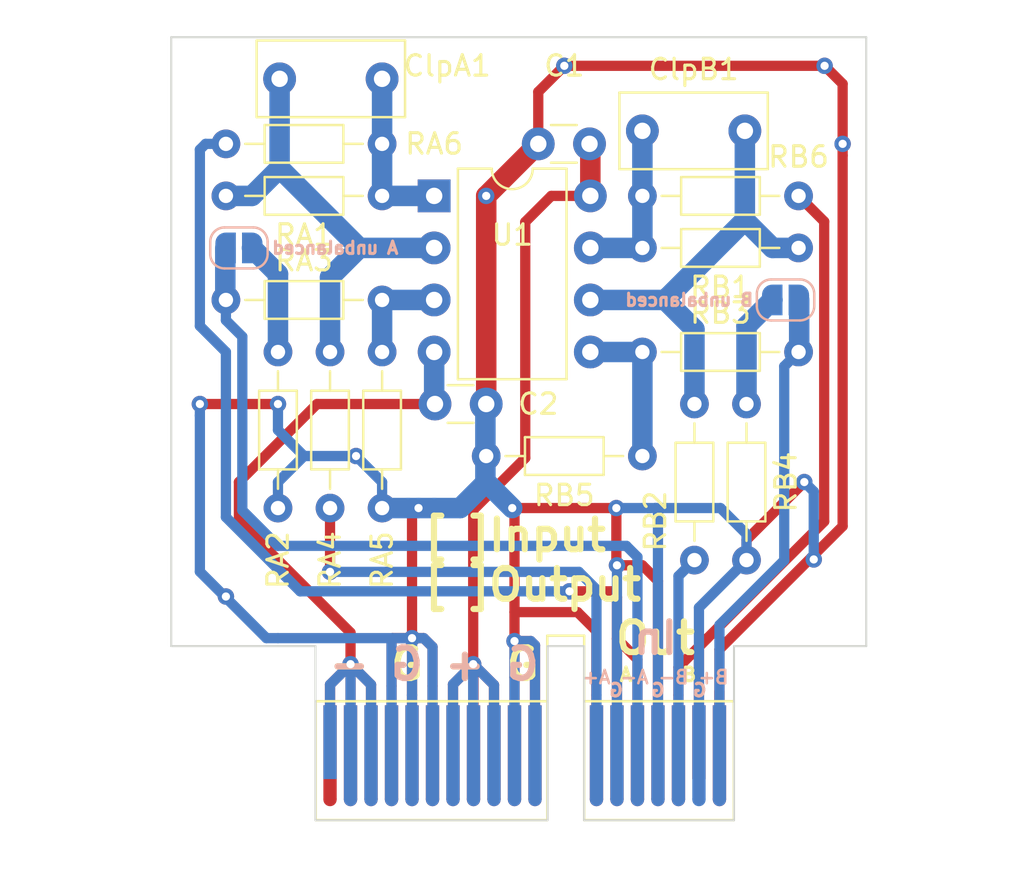
<source format=kicad_pcb>
(kicad_pcb (version 20171130) (host pcbnew 5.0.2-bee76a0~70~ubuntu16.04.1)

  (general
    (thickness 1.6)
    (drawings 22)
    (tracks 225)
    (zones 0)
    (modules 20)
    (nets 18)
  )

  (page A4)
  (layers
    (0 F.Cu signal)
    (31 B.Cu signal)
    (32 B.Adhes user)
    (33 F.Adhes user)
    (34 B.Paste user)
    (35 F.Paste user)
    (36 B.SilkS user)
    (37 F.SilkS user)
    (38 B.Mask user)
    (39 F.Mask user)
    (40 Dwgs.User user)
    (41 Cmts.User user)
    (42 Eco1.User user)
    (43 Eco2.User user)
    (44 Edge.Cuts user)
    (45 Margin user)
    (46 B.CrtYd user)
    (47 F.CrtYd user)
    (48 B.Fab user)
    (49 F.Fab user)
  )

  (setup
    (last_trace_width 0.5)
    (trace_clearance 0.3)
    (zone_clearance 0.3)
    (zone_45_only no)
    (trace_min 0.2)
    (segment_width 0.2)
    (edge_width 0.1)
    (via_size 0.8)
    (via_drill 0.4)
    (via_min_size 0.4)
    (via_min_drill 0.3)
    (uvia_size 0.3)
    (uvia_drill 0.1)
    (uvias_allowed no)
    (uvia_min_size 0.2)
    (uvia_min_drill 0.1)
    (pcb_text_width 0.3)
    (pcb_text_size 1.5 1.5)
    (mod_edge_width 0.15)
    (mod_text_size 1 1)
    (mod_text_width 0.15)
    (pad_size 1 0.5)
    (pad_drill 0)
    (pad_to_mask_clearance 0)
    (solder_mask_min_width 0.25)
    (aux_axis_origin 0 0)
    (visible_elements FFFFFF7F)
    (pcbplotparams
      (layerselection 0x010f0_ffffffff)
      (usegerberextensions false)
      (usegerberattributes true)
      (usegerberadvancedattributes false)
      (creategerberjobfile false)
      (excludeedgelayer false)
      (linewidth 0.100000)
      (plotframeref false)
      (viasonmask false)
      (mode 1)
      (useauxorigin false)
      (hpglpennumber 1)
      (hpglpenspeed 20)
      (hpglpendiameter 15.000000)
      (psnegative false)
      (psa4output false)
      (plotreference true)
      (plotvalue true)
      (plotinvisibletext false)
      (padsonsilk true)
      (subtractmaskfromsilk false)
      (outputformat 1)
      (mirror false)
      (drillshape 0)
      (scaleselection 1)
      (outputdirectory "plots/"))
  )

  (net 0 "")
  (net 1 +15V)
  (net 2 GNDA)
  (net 3 -15V)
  (net 4 "Net-(RA3-Pad2)")
  (net 5 "Net-(RB3-Pad2)")
  (net 6 inB+)
  (net 7 inA+)
  (net 8 inB-)
  (net 9 inA-)
  (net 10 outA)
  (net 11 outB)
  (net 12 "Net-(JA2-Pad2)")
  (net 13 "Net-(JB1-Pad2)")
  (net 14 "Net-(ClpA1-Pad1)")
  (net 15 "Net-(ClpA1-Pad2)")
  (net 16 "Net-(ClpB1-Pad2)")
  (net 17 "Net-(ClpB1-Pad1)")

  (net_class Default "This is the default net class."
    (clearance 0.3)
    (trace_width 0.5)
    (via_dia 0.8)
    (via_drill 0.4)
    (uvia_dia 0.3)
    (uvia_drill 0.1)
    (add_net "Net-(ClpA1-Pad1)")
    (add_net "Net-(ClpA1-Pad2)")
    (add_net "Net-(ClpB1-Pad1)")
    (add_net "Net-(ClpB1-Pad2)")
    (add_net "Net-(JA2-Pad2)")
    (add_net "Net-(JB1-Pad2)")
    (add_net "Net-(RA3-Pad2)")
    (add_net "Net-(RB3-Pad2)")
    (add_net inA+)
    (add_net inA-)
    (add_net inB+)
    (add_net inB-)
    (add_net outA)
    (add_net outB)
  )

  (net_class power ""
    (clearance 0.3)
    (trace_width 0.5)
    (via_dia 0.8)
    (via_drill 0.4)
    (uvia_dia 0.3)
    (uvia_drill 0.1)
    (add_net +15V)
    (add_net -15V)
    (add_net GNDA)
  )

  (module Resistor_THT:R_Axial_DIN0204_L3.6mm_D1.6mm_P7.62mm_Horizontal (layer F.Cu) (tedit 5AE5139B) (tstamp 5D4D76E4)
    (at 99.06 36.83 180)
    (descr "Resistor, Axial_DIN0204 series, Axial, Horizontal, pin pitch=7.62mm, 0.167W, length*diameter=3.6*1.6mm^2, http://cdn-reichelt.de/documents/datenblatt/B400/1_4W%23YAG.pdf")
    (tags "Resistor Axial_DIN0204 series Axial Horizontal pin pitch 7.62mm 0.167W length 3.6mm diameter 1.6mm")
    (path /5CA39C35)
    (fp_text reference RA6 (at -2.54 0 180) (layer F.SilkS)
      (effects (font (size 1 1) (thickness 0.15)))
    )
    (fp_text value 0|0|220 (at 12.7 0 180) (layer F.Fab)
      (effects (font (size 1 1) (thickness 0.15)))
    )
    (fp_line (start 2.01 -0.8) (end 2.01 0.8) (layer F.Fab) (width 0.1))
    (fp_line (start 2.01 0.8) (end 5.61 0.8) (layer F.Fab) (width 0.1))
    (fp_line (start 5.61 0.8) (end 5.61 -0.8) (layer F.Fab) (width 0.1))
    (fp_line (start 5.61 -0.8) (end 2.01 -0.8) (layer F.Fab) (width 0.1))
    (fp_line (start 0 0) (end 2.01 0) (layer F.Fab) (width 0.1))
    (fp_line (start 7.62 0) (end 5.61 0) (layer F.Fab) (width 0.1))
    (fp_line (start 1.89 -0.92) (end 1.89 0.92) (layer F.SilkS) (width 0.12))
    (fp_line (start 1.89 0.92) (end 5.73 0.92) (layer F.SilkS) (width 0.12))
    (fp_line (start 5.73 0.92) (end 5.73 -0.92) (layer F.SilkS) (width 0.12))
    (fp_line (start 5.73 -0.92) (end 1.89 -0.92) (layer F.SilkS) (width 0.12))
    (fp_line (start 0.94 0) (end 1.89 0) (layer F.SilkS) (width 0.12))
    (fp_line (start 6.68 0) (end 5.73 0) (layer F.SilkS) (width 0.12))
    (fp_line (start -0.95 -1.05) (end -0.95 1.05) (layer F.CrtYd) (width 0.05))
    (fp_line (start -0.95 1.05) (end 8.57 1.05) (layer F.CrtYd) (width 0.05))
    (fp_line (start 8.57 1.05) (end 8.57 -1.05) (layer F.CrtYd) (width 0.05))
    (fp_line (start 8.57 -1.05) (end -0.95 -1.05) (layer F.CrtYd) (width 0.05))
    (fp_text user %R (at 3.81 0 180) (layer F.Fab)
      (effects (font (size 0.72 0.72) (thickness 0.108)))
    )
    (pad 1 thru_hole circle (at 0 0 180) (size 1.4 1.4) (drill 0.7) (layers *.Cu *.Mask)
      (net 14 "Net-(ClpA1-Pad1)"))
    (pad 2 thru_hole oval (at 7.62 0 180) (size 1.4 1.4) (drill 0.7) (layers *.Cu *.Mask)
      (net 10 outA))
    (model ${KISYS3DMOD}/Resistor_THT.3dshapes/R_Axial_DIN0204_L3.6mm_D1.6mm_P7.62mm_Horizontal.wrl
      (at (xyz 0 0 0))
      (scale (xyz 1 1 1))
      (rotate (xyz 0 0 0))
    )
  )

  (module Package_DIP:DIP-8_W7.62mm (layer F.Cu) (tedit 5A02E8C5) (tstamp 5CA24E4D)
    (at 101.6 39.37)
    (descr "8-lead though-hole mounted DIP package, row spacing 7.62 mm (300 mils)")
    (tags "THT DIP DIL PDIP 2.54mm 7.62mm 300mil")
    (path /5C54CA7D)
    (fp_text reference U1 (at 3.81 1.905) (layer F.SilkS)
      (effects (font (size 1 1) (thickness 0.15)))
    )
    (fp_text value LM4562 (at 3.81 5.08) (layer F.Fab)
      (effects (font (size 1 1) (thickness 0.15)))
    )
    (fp_arc (start 3.81 -1.33) (end 2.81 -1.33) (angle -180) (layer F.SilkS) (width 0.12))
    (fp_line (start 1.635 -1.27) (end 6.985 -1.27) (layer F.Fab) (width 0.1))
    (fp_line (start 6.985 -1.27) (end 6.985 8.89) (layer F.Fab) (width 0.1))
    (fp_line (start 6.985 8.89) (end 0.635 8.89) (layer F.Fab) (width 0.1))
    (fp_line (start 0.635 8.89) (end 0.635 -0.27) (layer F.Fab) (width 0.1))
    (fp_line (start 0.635 -0.27) (end 1.635 -1.27) (layer F.Fab) (width 0.1))
    (fp_line (start 2.81 -1.33) (end 1.16 -1.33) (layer F.SilkS) (width 0.12))
    (fp_line (start 1.16 -1.33) (end 1.16 8.95) (layer F.SilkS) (width 0.12))
    (fp_line (start 1.16 8.95) (end 6.46 8.95) (layer F.SilkS) (width 0.12))
    (fp_line (start 6.46 8.95) (end 6.46 -1.33) (layer F.SilkS) (width 0.12))
    (fp_line (start 6.46 -1.33) (end 4.81 -1.33) (layer F.SilkS) (width 0.12))
    (fp_line (start -1.1 -1.55) (end -1.1 9.15) (layer F.CrtYd) (width 0.05))
    (fp_line (start -1.1 9.15) (end 8.7 9.15) (layer F.CrtYd) (width 0.05))
    (fp_line (start 8.7 9.15) (end 8.7 -1.55) (layer F.CrtYd) (width 0.05))
    (fp_line (start 8.7 -1.55) (end -1.1 -1.55) (layer F.CrtYd) (width 0.05))
    (fp_text user %R (at 3.81 3.81) (layer F.Fab)
      (effects (font (size 1 1) (thickness 0.15)))
    )
    (pad 1 thru_hole rect (at 0 0) (size 1.6 1.6) (drill 0.8) (layers *.Cu *.Mask)
      (net 14 "Net-(ClpA1-Pad1)"))
    (pad 5 thru_hole oval (at 7.62 7.62) (size 1.6 1.6) (drill 0.8) (layers *.Cu *.Mask)
      (net 5 "Net-(RB3-Pad2)"))
    (pad 2 thru_hole oval (at 0 2.54) (size 1.6 1.6) (drill 0.8) (layers *.Cu *.Mask)
      (net 15 "Net-(ClpA1-Pad2)"))
    (pad 6 thru_hole oval (at 7.62 5.08) (size 1.6 1.6) (drill 0.8) (layers *.Cu *.Mask)
      (net 16 "Net-(ClpB1-Pad2)"))
    (pad 3 thru_hole oval (at 0 5.08) (size 1.6 1.6) (drill 0.8) (layers *.Cu *.Mask)
      (net 4 "Net-(RA3-Pad2)"))
    (pad 7 thru_hole oval (at 7.62 2.54) (size 1.6 1.6) (drill 0.8) (layers *.Cu *.Mask)
      (net 17 "Net-(ClpB1-Pad1)"))
    (pad 4 thru_hole oval (at 0 7.62) (size 1.6 1.6) (drill 0.8) (layers *.Cu *.Mask)
      (net 3 -15V))
    (pad 8 thru_hole oval (at 7.62 0) (size 1.6 1.6) (drill 0.8) (layers *.Cu *.Mask)
      (net 1 +15V))
    (model ${KISYS3DMOD}/Package_DIP.3dshapes/DIP-8_W7.62mm.wrl
      (at (xyz 0 0 0))
      (scale (xyz 1 1 1))
      (rotate (xyz 0 0 0))
    )
  )

  (module footprints:PCIexpress_1x_letters (layer F.Cu) (tedit 5D08B442) (tstamp 5C54794C)
    (at 96.52 66.04)
    (descr "PCIexpress Bus Edge Connector")
    (tags "PCIexpress Bus Edge Connector")
    (path /5C5482AB)
    (attr virtual)
    (fp_text reference J3 (at 11.43 -4.318) (layer F.SilkS) hide
      (effects (font (size 1 1) (thickness 0.15)))
    )
    (fp_text value Conn_02x18_Row_Letter_First (at 10.16 6.35) (layer F.Fab)
      (effects (font (size 1 1) (thickness 0.15)))
    )
    (fp_line (start 19.95 4.05) (end -0.95 4.05) (layer F.CrtYd) (width 0.05))
    (fp_line (start 19.95 4.05) (end 19.95 -5.45) (layer F.CrtYd) (width 0.05))
    (fp_line (start -0.95 -5.45) (end -0.95 4.05) (layer F.CrtYd) (width 0.05))
    (fp_line (start -0.95 -5.45) (end 19.95 -5.45) (layer F.CrtYd) (width 0.05))
    (fp_line (start 19.7 -2) (end 19.7 3.8) (layer F.SilkS) (width 0.12))
    (fp_line (start 12.4 -2) (end 12.4 3.8) (layer F.SilkS) (width 0.12))
    (fp_line (start 12.4 3.8) (end 19.7 3.8) (layer F.SilkS) (width 0.12))
    (fp_line (start 19.7 -2) (end 12.4 -2) (layer F.SilkS) (width 0.12))
    (fp_line (start -0.7 3.8) (end -0.7 -2) (layer F.SilkS) (width 0.12))
    (fp_line (start 10.6 3.8) (end -0.7 3.8) (layer F.SilkS) (width 0.12))
    (fp_line (start 10.6 -2) (end 10.6 3.8) (layer F.SilkS) (width 0.12))
    (fp_line (start -0.7 -2) (end 10.6 -2) (layer F.SilkS) (width 0.12))
    (fp_line (start 12.4 -5.2) (end 12.4 -2) (layer F.SilkS) (width 0.12))
    (fp_line (start 10.6 -5.2) (end 12.4 -5.2) (layer F.SilkS) (width 0.12))
    (fp_line (start 10.6 -2) (end 10.6 -5.2) (layer F.SilkS) (width 0.12))
    (fp_text user %R (at 9.5 0.662) (layer F.Fab)
      (effects (font (size 1 1) (thickness 0.15)))
    )
    (pad "" connect oval (at 1 2.8 90) (size 0.65 0.65) (layers B.Cu B.Mask))
    (pad "" connect oval (at 19 2.8 90) (size 0.65 0.65) (layers B.Cu B.Mask))
    (pad "" connect oval (at 18 2.8 90) (size 0.65 0.65) (layers B.Cu B.Mask))
    (pad "" connect oval (at 13 2.8 90) (size 0.65 0.65) (layers B.Cu B.Mask))
    (pad "" connect oval (at 10 2.8 90) (size 0.65 0.65) (layers B.Cu B.Mask))
    (pad "" connect oval (at 17 2.8 90) (size 0.65 0.65) (layers B.Cu B.Mask))
    (pad "" connect oval (at 14 2.8 90) (size 0.65 0.65) (layers B.Cu B.Mask))
    (pad "" connect oval (at 2 2.8 90) (size 0.65 0.65) (layers B.Cu B.Mask))
    (pad "" connect oval (at 16 2.8 90) (size 0.65 0.65) (layers B.Cu B.Mask))
    (pad "" connect oval (at 15 2.8 90) (size 0.65 0.65) (layers B.Cu B.Mask))
    (pad "" connect oval (at 9 2.8 90) (size 0.65 0.65) (layers B.Cu B.Mask))
    (pad "" connect oval (at 8 2.8 90) (size 0.65 0.65) (layers B.Cu B.Mask))
    (pad "" connect oval (at 7 2.8 90) (size 0.65 0.65) (layers B.Cu B.Mask))
    (pad "" connect oval (at 6 2.8 90) (size 0.65 0.65) (layers B.Cu B.Mask))
    (pad "" connect oval (at 5 2.8 90) (size 0.65 0.65) (layers B.Cu B.Mask))
    (pad "" connect oval (at 4 2.8 90) (size 0.65 0.65) (layers B.Cu B.Mask))
    (pad "" connect oval (at 3 2.8 90) (size 0.65 0.65) (layers B.Cu B.Mask))
    (pad "" connect circle (at 1 2.8) (size 0.65 0.65) (layers F.Cu F.Mask))
    (pad "" connect circle (at 17 2.8) (size 0.65 0.65) (layers F.Cu F.Mask))
    (pad "" connect circle (at 16 2.8) (size 0.65 0.65) (layers F.Cu F.Mask))
    (pad "" connect circle (at 15 2.8) (size 0.65 0.65) (layers F.Cu F.Mask))
    (pad "" connect circle (at 14 2.8) (size 0.65 0.65) (layers F.Cu F.Mask))
    (pad "" connect circle (at 13 2.8) (size 0.65 0.65) (layers F.Cu F.Mask))
    (pad "" connect circle (at 0 2.8) (size 0.65 0.65) (layers F.Cu F.Mask))
    (pad "" connect circle (at 10 2.8) (size 0.65 0.65) (layers F.Cu F.Mask))
    (pad "" connect circle (at 9 2.8) (size 0.65 0.65) (layers F.Cu F.Mask))
    (pad "" connect circle (at 8 2.8) (size 0.65 0.65) (layers F.Cu F.Mask))
    (pad "" connect circle (at 7 2.8) (size 0.65 0.65) (layers F.Cu F.Mask))
    (pad "" connect circle (at 6 2.8) (size 0.65 0.65) (layers F.Cu F.Mask))
    (pad "" connect circle (at 5 2.8) (size 0.65 0.65) (layers F.Cu F.Mask))
    (pad "" connect circle (at 4 2.8) (size 0.65 0.65) (layers F.Cu F.Mask))
    (pad "" connect circle (at 3 2.8) (size 0.65 0.65) (layers F.Cu F.Mask))
    (pad "" connect circle (at 2 2.8) (size 0.65 0.65) (layers F.Cu F.Mask))
    (pad 13a connect rect (at 14 0.5) (size 0.65 4.6) (layers B.Cu B.Mask)
      (net 2 GNDA))
    (pad 12a connect rect (at 13 0.5) (size 0.65 4.6) (layers B.Cu B.Mask)
      (net 9 inA-))
    (pad 18a connect rect (at 19 0.5) (size 0.65 4.6) (layers B.Cu B.Mask)
      (net 6 inB+))
    (pad 17a connect rect (at 18 0.5) (size 0.65 4.6) (layers B.Cu B.Mask)
      (net 2 GNDA))
    (pad 16a connect rect (at 17 0.5) (size 0.65 4.6) (layers B.Cu B.Mask)
      (net 8 inB-))
    (pad 15a connect rect (at 16 0.5) (size 0.65 4.6) (layers B.Cu B.Mask)
      (net 2 GNDA))
    (pad 14a connect rect (at 15 0.5) (size 0.65 4.6) (layers B.Cu B.Mask)
      (net 7 inA+))
    (pad 11a connect rect (at 10 0.5) (size 0.65 4.6) (layers B.Cu B.Mask)
      (net 2 GNDA))
    (pad 10a connect rect (at 9 0.5) (size 0.65 4.6) (layers B.Cu B.Mask)
      (net 2 GNDA))
    (pad 9a connect rect (at 8 0.5) (size 0.65 4.6) (layers B.Cu B.Mask)
      (net 1 +15V))
    (pad 8a connect rect (at 7 0.5) (size 0.65 4.6) (layers B.Cu B.Mask)
      (net 1 +15V))
    (pad 7a connect rect (at 6 0.5) (size 0.65 4.6) (layers B.Cu B.Mask)
      (net 1 +15V))
    (pad 6a connect rect (at 5 0.5) (size 0.65 4.6) (layers B.Cu B.Mask)
      (net 2 GNDA))
    (pad 5a connect rect (at 4 0.5) (size 0.65 4.6) (layers B.Cu B.Mask)
      (net 2 GNDA))
    (pad 4a connect rect (at 3 0.5) (size 0.65 4.6) (layers B.Cu B.Mask)
      (net 2 GNDA))
    (pad 3a connect rect (at 2 0.5) (size 0.65 4.6) (layers B.Cu B.Mask)
      (net 3 -15V))
    (pad 2a connect rect (at 1 0.5) (size 0.65 4.6) (layers B.Cu B.Mask)
      (net 3 -15V))
    (pad 1a connect rect (at 0 0) (size 0.65 3.6) (layers B.Cu B.Mask)
      (net 3 -15V))
    (pad 13b connect rect (at 14 0.5) (size 0.65 4.6) (layers F.Cu F.Mask)
      (net 10 outA))
    (pad 12b connect rect (at 13 0.5) (size 0.65 4.6) (layers F.Cu F.Mask)
      (net 2 GNDA))
    (pad 18b connect rect (at 19 0.5) (size 0.65 4.6) (layers F.Cu F.Mask)
      (net 2 GNDA))
    (pad 17b connect rect (at 18 0) (size 0.65 3.6) (layers F.Cu F.Mask)
      (net 11 outB))
    (pad 16b connect rect (at 17 0.5) (size 0.65 4.6) (layers F.Cu F.Mask)
      (net 11 outB))
    (pad 15b connect rect (at 16 0.5) (size 0.65 4.6) (layers F.Cu F.Mask)
      (net 2 GNDA))
    (pad 14b connect rect (at 15 0.5) (size 0.65 4.6) (layers F.Cu F.Mask)
      (net 10 outA))
    (pad 11b connect rect (at 10 0.5) (size 0.65 4.6) (layers F.Cu F.Mask)
      (net 2 GNDA))
    (pad 10b connect rect (at 9 0.5) (size 0.65 4.6) (layers F.Cu F.Mask)
      (net 2 GNDA))
    (pad 9b connect rect (at 8 0.5) (size 0.65 4.6) (layers F.Cu F.Mask)
      (net 1 +15V))
    (pad 8b connect rect (at 7 0.5) (size 0.65 4.6) (layers F.Cu F.Mask)
      (net 1 +15V))
    (pad 7b connect rect (at 6 0.5) (size 0.65 4.6) (layers F.Cu F.Mask)
      (net 1 +15V))
    (pad 6b connect rect (at 5 0.5) (size 0.65 4.6) (layers F.Cu F.Mask)
      (net 2 GNDA))
    (pad 5b connect rect (at 4 0.5) (size 0.65 4.6) (layers F.Cu F.Mask)
      (net 2 GNDA))
    (pad 4b connect rect (at 3 0.5) (size 0.65 4.6) (layers F.Cu F.Mask)
      (net 2 GNDA))
    (pad 3b connect rect (at 2 0.5) (size 0.65 4.6) (layers F.Cu F.Mask)
      (net 3 -15V))
    (pad 2b connect rect (at 1 0.5) (size 0.65 4.6) (layers F.Cu F.Mask)
      (net 3 -15V))
    (pad 1b connect rect (at 0 0.5) (size 0.65 4.6) (layers F.Cu F.Mask)
      (net 3 -15V))
    (pad "" connect circle (at 19 2.8) (size 0.65 0.65) (layers F.Cu F.Mask))
  )

  (module Resistor_THT:R_Axial_DIN0204_L3.6mm_D1.6mm_P7.62mm_Horizontal (layer F.Cu) (tedit 5AE5139B) (tstamp 5CA24D4F)
    (at 96.52 54.61 90)
    (descr "Resistor, Axial_DIN0204 series, Axial, Horizontal, pin pitch=7.62mm, 0.167W, length*diameter=3.6*1.6mm^2, http://cdn-reichelt.de/documents/datenblatt/B400/1_4W%23YAG.pdf")
    (tags "Resistor Axial_DIN0204 series Axial Horizontal pin pitch 7.62mm 0.167W length 3.6mm diameter 1.6mm")
    (path /5C54CA8C)
    (fp_text reference RA2 (at -2.54 -2.54 90) (layer F.SilkS)
      (effects (font (size 1 1) (thickness 0.15)))
    )
    (fp_text value 10k|0|open (at -7.62 0 90) (layer F.Fab)
      (effects (font (size 1 1) (thickness 0.15)))
    )
    (fp_line (start 2.01 -0.8) (end 2.01 0.8) (layer F.Fab) (width 0.1))
    (fp_line (start 2.01 0.8) (end 5.61 0.8) (layer F.Fab) (width 0.1))
    (fp_line (start 5.61 0.8) (end 5.61 -0.8) (layer F.Fab) (width 0.1))
    (fp_line (start 5.61 -0.8) (end 2.01 -0.8) (layer F.Fab) (width 0.1))
    (fp_line (start 0 0) (end 2.01 0) (layer F.Fab) (width 0.1))
    (fp_line (start 7.62 0) (end 5.61 0) (layer F.Fab) (width 0.1))
    (fp_line (start 1.89 -0.92) (end 1.89 0.92) (layer F.SilkS) (width 0.12))
    (fp_line (start 1.89 0.92) (end 5.73 0.92) (layer F.SilkS) (width 0.12))
    (fp_line (start 5.73 0.92) (end 5.73 -0.92) (layer F.SilkS) (width 0.12))
    (fp_line (start 5.73 -0.92) (end 1.89 -0.92) (layer F.SilkS) (width 0.12))
    (fp_line (start 0.94 0) (end 1.89 0) (layer F.SilkS) (width 0.12))
    (fp_line (start 6.68 0) (end 5.73 0) (layer F.SilkS) (width 0.12))
    (fp_line (start -0.95 -1.05) (end -0.95 1.05) (layer F.CrtYd) (width 0.05))
    (fp_line (start -0.95 1.05) (end 8.57 1.05) (layer F.CrtYd) (width 0.05))
    (fp_line (start 8.57 1.05) (end 8.57 -1.05) (layer F.CrtYd) (width 0.05))
    (fp_line (start 8.57 -1.05) (end -0.95 -1.05) (layer F.CrtYd) (width 0.05))
    (fp_text user %R (at 3.81 0 90) (layer F.Fab)
      (effects (font (size 0.72 0.72) (thickness 0.108)))
    )
    (pad 1 thru_hole circle (at 0 0 90) (size 1.4 1.4) (drill 0.7) (layers *.Cu *.Mask)
      (net 9 inA-))
    (pad 2 thru_hole oval (at 7.62 0 90) (size 1.4 1.4) (drill 0.7) (layers *.Cu *.Mask)
      (net 15 "Net-(ClpA1-Pad2)"))
    (model ${KISYS3DMOD}/Resistor_THT.3dshapes/R_Axial_DIN0204_L3.6mm_D1.6mm_P7.62mm_Horizontal.wrl
      (at (xyz 0 0 0))
      (scale (xyz 1 1 1))
      (rotate (xyz 0 0 0))
    )
  )

  (module Resistor_THT:R_Axial_DIN0204_L3.6mm_D1.6mm_P7.62mm_Horizontal (layer F.Cu) (tedit 5AE5139B) (tstamp 5CA24B48)
    (at 91.44 44.45)
    (descr "Resistor, Axial_DIN0204 series, Axial, Horizontal, pin pitch=7.62mm, 0.167W, length*diameter=3.6*1.6mm^2, http://cdn-reichelt.de/documents/datenblatt/B400/1_4W%23YAG.pdf")
    (tags "Resistor Axial_DIN0204 series Axial Horizontal pin pitch 7.62mm 0.167W length 3.6mm diameter 1.6mm")
    (path /5C54CAA4)
    (fp_text reference RA3 (at 3.81 -1.92) (layer F.SilkS)
      (effects (font (size 1 1) (thickness 0.15)))
    )
    (fp_text value 10k|1k|10k (at -6.35 0) (layer F.Fab)
      (effects (font (size 1 1) (thickness 0.15)))
    )
    (fp_text user %R (at 3.81 0) (layer F.Fab)
      (effects (font (size 0.72 0.72) (thickness 0.108)))
    )
    (fp_line (start 8.57 -1.05) (end -0.95 -1.05) (layer F.CrtYd) (width 0.05))
    (fp_line (start 8.57 1.05) (end 8.57 -1.05) (layer F.CrtYd) (width 0.05))
    (fp_line (start -0.95 1.05) (end 8.57 1.05) (layer F.CrtYd) (width 0.05))
    (fp_line (start -0.95 -1.05) (end -0.95 1.05) (layer F.CrtYd) (width 0.05))
    (fp_line (start 6.68 0) (end 5.73 0) (layer F.SilkS) (width 0.12))
    (fp_line (start 0.94 0) (end 1.89 0) (layer F.SilkS) (width 0.12))
    (fp_line (start 5.73 -0.92) (end 1.89 -0.92) (layer F.SilkS) (width 0.12))
    (fp_line (start 5.73 0.92) (end 5.73 -0.92) (layer F.SilkS) (width 0.12))
    (fp_line (start 1.89 0.92) (end 5.73 0.92) (layer F.SilkS) (width 0.12))
    (fp_line (start 1.89 -0.92) (end 1.89 0.92) (layer F.SilkS) (width 0.12))
    (fp_line (start 7.62 0) (end 5.61 0) (layer F.Fab) (width 0.1))
    (fp_line (start 0 0) (end 2.01 0) (layer F.Fab) (width 0.1))
    (fp_line (start 5.61 -0.8) (end 2.01 -0.8) (layer F.Fab) (width 0.1))
    (fp_line (start 5.61 0.8) (end 5.61 -0.8) (layer F.Fab) (width 0.1))
    (fp_line (start 2.01 0.8) (end 5.61 0.8) (layer F.Fab) (width 0.1))
    (fp_line (start 2.01 -0.8) (end 2.01 0.8) (layer F.Fab) (width 0.1))
    (pad 2 thru_hole oval (at 7.62 0) (size 1.4 1.4) (drill 0.7) (layers *.Cu *.Mask)
      (net 4 "Net-(RA3-Pad2)"))
    (pad 1 thru_hole circle (at 0 0) (size 1.4 1.4) (drill 0.7) (layers *.Cu *.Mask)
      (net 7 inA+))
    (model ${KISYS3DMOD}/Resistor_THT.3dshapes/R_Axial_DIN0204_L3.6mm_D1.6mm_P7.62mm_Horizontal.wrl
      (at (xyz 0 0 0))
      (scale (xyz 1 1 1))
      (rotate (xyz 0 0 0))
    )
  )

  (module Resistor_THT:R_Axial_DIN0204_L3.6mm_D1.6mm_P7.62mm_Horizontal (layer F.Cu) (tedit 5AE5139B) (tstamp 5CA24BBD)
    (at 93.98 46.99 270)
    (descr "Resistor, Axial_DIN0204 series, Axial, Horizontal, pin pitch=7.62mm, 0.167W, length*diameter=3.6*1.6mm^2, http://cdn-reichelt.de/documents/datenblatt/B400/1_4W%23YAG.pdf")
    (tags "Resistor Axial_DIN0204 series Axial Horizontal pin pitch 7.62mm 0.167W length 3.6mm diameter 1.6mm")
    (path /5C54CAB9)
    (fp_text reference RA4 (at 10.16 -2.54 270) (layer F.SilkS)
      (effects (font (size 1 1) (thickness 0.15)))
    )
    (fp_text value 10|0|open (at 15.24 0 270) (layer F.Fab)
      (effects (font (size 1 1) (thickness 0.15)))
    )
    (fp_text user %R (at 3.81 0 270) (layer F.Fab)
      (effects (font (size 0.72 0.72) (thickness 0.108)))
    )
    (fp_line (start 8.57 -1.05) (end -0.95 -1.05) (layer F.CrtYd) (width 0.05))
    (fp_line (start 8.57 1.05) (end 8.57 -1.05) (layer F.CrtYd) (width 0.05))
    (fp_line (start -0.95 1.05) (end 8.57 1.05) (layer F.CrtYd) (width 0.05))
    (fp_line (start -0.95 -1.05) (end -0.95 1.05) (layer F.CrtYd) (width 0.05))
    (fp_line (start 6.68 0) (end 5.73 0) (layer F.SilkS) (width 0.12))
    (fp_line (start 0.94 0) (end 1.89 0) (layer F.SilkS) (width 0.12))
    (fp_line (start 5.73 -0.92) (end 1.89 -0.92) (layer F.SilkS) (width 0.12))
    (fp_line (start 5.73 0.92) (end 5.73 -0.92) (layer F.SilkS) (width 0.12))
    (fp_line (start 1.89 0.92) (end 5.73 0.92) (layer F.SilkS) (width 0.12))
    (fp_line (start 1.89 -0.92) (end 1.89 0.92) (layer F.SilkS) (width 0.12))
    (fp_line (start 7.62 0) (end 5.61 0) (layer F.Fab) (width 0.1))
    (fp_line (start 0 0) (end 2.01 0) (layer F.Fab) (width 0.1))
    (fp_line (start 5.61 -0.8) (end 2.01 -0.8) (layer F.Fab) (width 0.1))
    (fp_line (start 5.61 0.8) (end 5.61 -0.8) (layer F.Fab) (width 0.1))
    (fp_line (start 2.01 0.8) (end 5.61 0.8) (layer F.Fab) (width 0.1))
    (fp_line (start 2.01 -0.8) (end 2.01 0.8) (layer F.Fab) (width 0.1))
    (pad 2 thru_hole oval (at 7.62 0 270) (size 1.4 1.4) (drill 0.7) (layers *.Cu *.Mask)
      (net 2 GNDA))
    (pad 1 thru_hole circle (at 0 0 270) (size 1.4 1.4) (drill 0.7) (layers *.Cu *.Mask)
      (net 12 "Net-(JA2-Pad2)"))
    (model ${KISYS3DMOD}/Resistor_THT.3dshapes/R_Axial_DIN0204_L3.6mm_D1.6mm_P7.62mm_Horizontal.wrl
      (at (xyz 0 0 0))
      (scale (xyz 1 1 1))
      (rotate (xyz 0 0 0))
    )
  )

  (module Resistor_THT:R_Axial_DIN0204_L3.6mm_D1.6mm_P7.62mm_Horizontal (layer F.Cu) (tedit 5AE5139B) (tstamp 5CA24D91)
    (at 99.06 46.99 270)
    (descr "Resistor, Axial_DIN0204 series, Axial, Horizontal, pin pitch=7.62mm, 0.167W, length*diameter=3.6*1.6mm^2, http://cdn-reichelt.de/documents/datenblatt/B400/1_4W%23YAG.pdf")
    (tags "Resistor Axial_DIN0204 series Axial Horizontal pin pitch 7.62mm 0.167W length 3.6mm diameter 1.6mm")
    (path /5C54CAAC)
    (fp_text reference RA5 (at 10.16 0 270) (layer F.SilkS)
      (effects (font (size 1 1) (thickness 0.15)))
    )
    (fp_text value 10k|open|open (at 16.51 0 270) (layer F.Fab)
      (effects (font (size 1 1) (thickness 0.15)))
    )
    (fp_line (start 2.01 -0.8) (end 2.01 0.8) (layer F.Fab) (width 0.1))
    (fp_line (start 2.01 0.8) (end 5.61 0.8) (layer F.Fab) (width 0.1))
    (fp_line (start 5.61 0.8) (end 5.61 -0.8) (layer F.Fab) (width 0.1))
    (fp_line (start 5.61 -0.8) (end 2.01 -0.8) (layer F.Fab) (width 0.1))
    (fp_line (start 0 0) (end 2.01 0) (layer F.Fab) (width 0.1))
    (fp_line (start 7.62 0) (end 5.61 0) (layer F.Fab) (width 0.1))
    (fp_line (start 1.89 -0.92) (end 1.89 0.92) (layer F.SilkS) (width 0.12))
    (fp_line (start 1.89 0.92) (end 5.73 0.92) (layer F.SilkS) (width 0.12))
    (fp_line (start 5.73 0.92) (end 5.73 -0.92) (layer F.SilkS) (width 0.12))
    (fp_line (start 5.73 -0.92) (end 1.89 -0.92) (layer F.SilkS) (width 0.12))
    (fp_line (start 0.94 0) (end 1.89 0) (layer F.SilkS) (width 0.12))
    (fp_line (start 6.68 0) (end 5.73 0) (layer F.SilkS) (width 0.12))
    (fp_line (start -0.95 -1.05) (end -0.95 1.05) (layer F.CrtYd) (width 0.05))
    (fp_line (start -0.95 1.05) (end 8.57 1.05) (layer F.CrtYd) (width 0.05))
    (fp_line (start 8.57 1.05) (end 8.57 -1.05) (layer F.CrtYd) (width 0.05))
    (fp_line (start 8.57 -1.05) (end -0.95 -1.05) (layer F.CrtYd) (width 0.05))
    (fp_text user %R (at 3.81 0 270) (layer F.Fab)
      (effects (font (size 0.72 0.72) (thickness 0.108)))
    )
    (pad 1 thru_hole circle (at 0 0 270) (size 1.4 1.4) (drill 0.7) (layers *.Cu *.Mask)
      (net 4 "Net-(RA3-Pad2)"))
    (pad 2 thru_hole oval (at 7.62 0 270) (size 1.4 1.4) (drill 0.7) (layers *.Cu *.Mask)
      (net 2 GNDA))
    (model ${KISYS3DMOD}/Resistor_THT.3dshapes/R_Axial_DIN0204_L3.6mm_D1.6mm_P7.62mm_Horizontal.wrl
      (at (xyz 0 0 0))
      (scale (xyz 1 1 1))
      (rotate (xyz 0 0 0))
    )
  )

  (module Resistor_THT:R_Axial_DIN0204_L3.6mm_D1.6mm_P7.62mm_Horizontal (layer F.Cu) (tedit 5AE5139B) (tstamp 5CA24E06)
    (at 119.38 41.91 180)
    (descr "Resistor, Axial_DIN0204 series, Axial, Horizontal, pin pitch=7.62mm, 0.167W, length*diameter=3.6*1.6mm^2, http://cdn-reichelt.de/documents/datenblatt/B400/1_4W%23YAG.pdf")
    (tags "Resistor Axial_DIN0204 series Axial Horizontal pin pitch 7.62mm 0.167W length 3.6mm diameter 1.6mm")
    (path /5C54CB19)
    (fp_text reference RB1 (at 3.81 -1.92 180) (layer F.SilkS)
      (effects (font (size 1 1) (thickness 0.15)))
    )
    (fp_text value 10k|10k|0 (at -6.35 0 180) (layer F.Fab)
      (effects (font (size 1 1) (thickness 0.15)))
    )
    (fp_line (start 2.01 -0.8) (end 2.01 0.8) (layer F.Fab) (width 0.1))
    (fp_line (start 2.01 0.8) (end 5.61 0.8) (layer F.Fab) (width 0.1))
    (fp_line (start 5.61 0.8) (end 5.61 -0.8) (layer F.Fab) (width 0.1))
    (fp_line (start 5.61 -0.8) (end 2.01 -0.8) (layer F.Fab) (width 0.1))
    (fp_line (start 0 0) (end 2.01 0) (layer F.Fab) (width 0.1))
    (fp_line (start 7.62 0) (end 5.61 0) (layer F.Fab) (width 0.1))
    (fp_line (start 1.89 -0.92) (end 1.89 0.92) (layer F.SilkS) (width 0.12))
    (fp_line (start 1.89 0.92) (end 5.73 0.92) (layer F.SilkS) (width 0.12))
    (fp_line (start 5.73 0.92) (end 5.73 -0.92) (layer F.SilkS) (width 0.12))
    (fp_line (start 5.73 -0.92) (end 1.89 -0.92) (layer F.SilkS) (width 0.12))
    (fp_line (start 0.94 0) (end 1.89 0) (layer F.SilkS) (width 0.12))
    (fp_line (start 6.68 0) (end 5.73 0) (layer F.SilkS) (width 0.12))
    (fp_line (start -0.95 -1.05) (end -0.95 1.05) (layer F.CrtYd) (width 0.05))
    (fp_line (start -0.95 1.05) (end 8.57 1.05) (layer F.CrtYd) (width 0.05))
    (fp_line (start 8.57 1.05) (end 8.57 -1.05) (layer F.CrtYd) (width 0.05))
    (fp_line (start 8.57 -1.05) (end -0.95 -1.05) (layer F.CrtYd) (width 0.05))
    (fp_text user %R (at 3.81 0 180) (layer F.Fab)
      (effects (font (size 0.72 0.72) (thickness 0.108)))
    )
    (pad 1 thru_hole circle (at 0 0 180) (size 1.4 1.4) (drill 0.7) (layers *.Cu *.Mask)
      (net 16 "Net-(ClpB1-Pad2)"))
    (pad 2 thru_hole oval (at 7.62 0 180) (size 1.4 1.4) (drill 0.7) (layers *.Cu *.Mask)
      (net 17 "Net-(ClpB1-Pad1)"))
    (model ${KISYS3DMOD}/Resistor_THT.3dshapes/R_Axial_DIN0204_L3.6mm_D1.6mm_P7.62mm_Horizontal.wrl
      (at (xyz 0 0 0))
      (scale (xyz 1 1 1))
      (rotate (xyz 0 0 0))
    )
  )

  (module Resistor_THT:R_Axial_DIN0204_L3.6mm_D1.6mm_P7.62mm_Horizontal (layer F.Cu) (tedit 5AE5139B) (tstamp 5CA24C29)
    (at 114.3 57.15 90)
    (descr "Resistor, Axial_DIN0204 series, Axial, Horizontal, pin pitch=7.62mm, 0.167W, length*diameter=3.6*1.6mm^2, http://cdn-reichelt.de/documents/datenblatt/B400/1_4W%23YAG.pdf")
    (tags "Resistor Axial_DIN0204 series Axial Horizontal pin pitch 7.62mm 0.167W length 3.6mm diameter 1.6mm")
    (path /5C54CAD8)
    (fp_text reference RB2 (at 1.905 -1.905 90) (layer F.SilkS)
      (effects (font (size 1 1) (thickness 0.15)))
    )
    (fp_text value 10k|0|open (at -6.35 0 270) (layer F.Fab)
      (effects (font (size 1 1) (thickness 0.15)))
    )
    (fp_line (start 2.01 -0.8) (end 2.01 0.8) (layer F.Fab) (width 0.1))
    (fp_line (start 2.01 0.8) (end 5.61 0.8) (layer F.Fab) (width 0.1))
    (fp_line (start 5.61 0.8) (end 5.61 -0.8) (layer F.Fab) (width 0.1))
    (fp_line (start 5.61 -0.8) (end 2.01 -0.8) (layer F.Fab) (width 0.1))
    (fp_line (start 0 0) (end 2.01 0) (layer F.Fab) (width 0.1))
    (fp_line (start 7.62 0) (end 5.61 0) (layer F.Fab) (width 0.1))
    (fp_line (start 1.89 -0.92) (end 1.89 0.92) (layer F.SilkS) (width 0.12))
    (fp_line (start 1.89 0.92) (end 5.73 0.92) (layer F.SilkS) (width 0.12))
    (fp_line (start 5.73 0.92) (end 5.73 -0.92) (layer F.SilkS) (width 0.12))
    (fp_line (start 5.73 -0.92) (end 1.89 -0.92) (layer F.SilkS) (width 0.12))
    (fp_line (start 0.94 0) (end 1.89 0) (layer F.SilkS) (width 0.12))
    (fp_line (start 6.68 0) (end 5.73 0) (layer F.SilkS) (width 0.12))
    (fp_line (start -0.95 -1.05) (end -0.95 1.05) (layer F.CrtYd) (width 0.05))
    (fp_line (start -0.95 1.05) (end 8.57 1.05) (layer F.CrtYd) (width 0.05))
    (fp_line (start 8.57 1.05) (end 8.57 -1.05) (layer F.CrtYd) (width 0.05))
    (fp_line (start 8.57 -1.05) (end -0.95 -1.05) (layer F.CrtYd) (width 0.05))
    (fp_text user %R (at 3.81 0 90) (layer F.Fab)
      (effects (font (size 0.72 0.72) (thickness 0.108)))
    )
    (pad 1 thru_hole circle (at 0 0 90) (size 1.4 1.4) (drill 0.7) (layers *.Cu *.Mask)
      (net 8 inB-))
    (pad 2 thru_hole oval (at 7.62 0 90) (size 1.4 1.4) (drill 0.7) (layers *.Cu *.Mask)
      (net 16 "Net-(ClpB1-Pad2)"))
    (model ${KISYS3DMOD}/Resistor_THT.3dshapes/R_Axial_DIN0204_L3.6mm_D1.6mm_P7.62mm_Horizontal.wrl
      (at (xyz 0 0 0))
      (scale (xyz 1 1 1))
      (rotate (xyz 0 0 0))
    )
  )

  (module Resistor_THT:R_Axial_DIN0204_L3.6mm_D1.6mm_P7.62mm_Horizontal (layer F.Cu) (tedit 5AE5139B) (tstamp 5CA24AD9)
    (at 119.38 46.99 180)
    (descr "Resistor, Axial_DIN0204 series, Axial, Horizontal, pin pitch=7.62mm, 0.167W, length*diameter=3.6*1.6mm^2, http://cdn-reichelt.de/documents/datenblatt/B400/1_4W%23YAG.pdf")
    (tags "Resistor Axial_DIN0204 series Axial Horizontal pin pitch 7.62mm 0.167W length 3.6mm diameter 1.6mm")
    (path /5C54CAE4)
    (fp_text reference RB3 (at 3.81 1.905 180) (layer F.SilkS)
      (effects (font (size 1 1) (thickness 0.15)))
    )
    (fp_text value 10k|1k|10k (at -6.35 0 180) (layer F.Fab)
      (effects (font (size 1 1) (thickness 0.15)))
    )
    (fp_text user %R (at 3.81 0 180) (layer F.Fab)
      (effects (font (size 0.72 0.72) (thickness 0.108)))
    )
    (fp_line (start 8.57 -1.05) (end -0.95 -1.05) (layer F.CrtYd) (width 0.05))
    (fp_line (start 8.57 1.05) (end 8.57 -1.05) (layer F.CrtYd) (width 0.05))
    (fp_line (start -0.95 1.05) (end 8.57 1.05) (layer F.CrtYd) (width 0.05))
    (fp_line (start -0.95 -1.05) (end -0.95 1.05) (layer F.CrtYd) (width 0.05))
    (fp_line (start 6.68 0) (end 5.73 0) (layer F.SilkS) (width 0.12))
    (fp_line (start 0.94 0) (end 1.89 0) (layer F.SilkS) (width 0.12))
    (fp_line (start 5.73 -0.92) (end 1.89 -0.92) (layer F.SilkS) (width 0.12))
    (fp_line (start 5.73 0.92) (end 5.73 -0.92) (layer F.SilkS) (width 0.12))
    (fp_line (start 1.89 0.92) (end 5.73 0.92) (layer F.SilkS) (width 0.12))
    (fp_line (start 1.89 -0.92) (end 1.89 0.92) (layer F.SilkS) (width 0.12))
    (fp_line (start 7.62 0) (end 5.61 0) (layer F.Fab) (width 0.1))
    (fp_line (start 0 0) (end 2.01 0) (layer F.Fab) (width 0.1))
    (fp_line (start 5.61 -0.8) (end 2.01 -0.8) (layer F.Fab) (width 0.1))
    (fp_line (start 5.61 0.8) (end 5.61 -0.8) (layer F.Fab) (width 0.1))
    (fp_line (start 2.01 0.8) (end 5.61 0.8) (layer F.Fab) (width 0.1))
    (fp_line (start 2.01 -0.8) (end 2.01 0.8) (layer F.Fab) (width 0.1))
    (pad 2 thru_hole oval (at 7.62 0 180) (size 1.4 1.4) (drill 0.7) (layers *.Cu *.Mask)
      (net 5 "Net-(RB3-Pad2)"))
    (pad 1 thru_hole circle (at 0 0 180) (size 1.4 1.4) (drill 0.7) (layers *.Cu *.Mask)
      (net 6 inB+))
    (model ${KISYS3DMOD}/Resistor_THT.3dshapes/R_Axial_DIN0204_L3.6mm_D1.6mm_P7.62mm_Horizontal.wrl
      (at (xyz 0 0 0))
      (scale (xyz 1 1 1))
      (rotate (xyz 0 0 0))
    )
  )

  (module Resistor_THT:R_Axial_DIN0204_L3.6mm_D1.6mm_P7.62mm_Horizontal (layer F.Cu) (tedit 5AE5139B) (tstamp 5CA24C6B)
    (at 116.84 49.53 270)
    (descr "Resistor, Axial_DIN0204 series, Axial, Horizontal, pin pitch=7.62mm, 0.167W, length*diameter=3.6*1.6mm^2, http://cdn-reichelt.de/documents/datenblatt/B400/1_4W%23YAG.pdf")
    (tags "Resistor Axial_DIN0204 series Axial Horizontal pin pitch 7.62mm 0.167W length 3.6mm diameter 1.6mm")
    (path /5C54CAF8)
    (fp_text reference RB4 (at 3.81 -1.92 270) (layer F.SilkS)
      (effects (font (size 1 1) (thickness 0.15)))
    )
    (fp_text value 10|0|open (at 12.7 0 90) (layer F.Fab)
      (effects (font (size 1 1) (thickness 0.15)))
    )
    (fp_text user %R (at 3.81 0 270) (layer F.Fab)
      (effects (font (size 0.72 0.72) (thickness 0.108)))
    )
    (fp_line (start 8.57 -1.05) (end -0.95 -1.05) (layer F.CrtYd) (width 0.05))
    (fp_line (start 8.57 1.05) (end 8.57 -1.05) (layer F.CrtYd) (width 0.05))
    (fp_line (start -0.95 1.05) (end 8.57 1.05) (layer F.CrtYd) (width 0.05))
    (fp_line (start -0.95 -1.05) (end -0.95 1.05) (layer F.CrtYd) (width 0.05))
    (fp_line (start 6.68 0) (end 5.73 0) (layer F.SilkS) (width 0.12))
    (fp_line (start 0.94 0) (end 1.89 0) (layer F.SilkS) (width 0.12))
    (fp_line (start 5.73 -0.92) (end 1.89 -0.92) (layer F.SilkS) (width 0.12))
    (fp_line (start 5.73 0.92) (end 5.73 -0.92) (layer F.SilkS) (width 0.12))
    (fp_line (start 1.89 0.92) (end 5.73 0.92) (layer F.SilkS) (width 0.12))
    (fp_line (start 1.89 -0.92) (end 1.89 0.92) (layer F.SilkS) (width 0.12))
    (fp_line (start 7.62 0) (end 5.61 0) (layer F.Fab) (width 0.1))
    (fp_line (start 0 0) (end 2.01 0) (layer F.Fab) (width 0.1))
    (fp_line (start 5.61 -0.8) (end 2.01 -0.8) (layer F.Fab) (width 0.1))
    (fp_line (start 5.61 0.8) (end 5.61 -0.8) (layer F.Fab) (width 0.1))
    (fp_line (start 2.01 0.8) (end 5.61 0.8) (layer F.Fab) (width 0.1))
    (fp_line (start 2.01 -0.8) (end 2.01 0.8) (layer F.Fab) (width 0.1))
    (pad 2 thru_hole oval (at 7.62 0 270) (size 1.4 1.4) (drill 0.7) (layers *.Cu *.Mask)
      (net 2 GNDA))
    (pad 1 thru_hole circle (at 0 0 270) (size 1.4 1.4) (drill 0.7) (layers *.Cu *.Mask)
      (net 13 "Net-(JB1-Pad2)"))
    (model ${KISYS3DMOD}/Resistor_THT.3dshapes/R_Axial_DIN0204_L3.6mm_D1.6mm_P7.62mm_Horizontal.wrl
      (at (xyz 0 0 0))
      (scale (xyz 1 1 1))
      (rotate (xyz 0 0 0))
    )
  )

  (module Resistor_THT:R_Axial_DIN0204_L3.6mm_D1.6mm_P7.62mm_Horizontal (layer F.Cu) (tedit 5AE5139B) (tstamp 5CA24CF2)
    (at 111.76 52.07 180)
    (descr "Resistor, Axial_DIN0204 series, Axial, Horizontal, pin pitch=7.62mm, 0.167W, length*diameter=3.6*1.6mm^2, http://cdn-reichelt.de/documents/datenblatt/B400/1_4W%23YAG.pdf")
    (tags "Resistor Axial_DIN0204 series Axial Horizontal pin pitch 7.62mm 0.167W length 3.6mm diameter 1.6mm")
    (path /5C54CAEC)
    (fp_text reference RB5 (at 3.81 -1.92 180) (layer F.SilkS)
      (effects (font (size 1 1) (thickness 0.15)))
    )
    (fp_text value 10k|open|open (at 5.08 -1.905 180) (layer F.Fab)
      (effects (font (size 1 1) (thickness 0.15)))
    )
    (fp_line (start 2.01 -0.8) (end 2.01 0.8) (layer F.Fab) (width 0.1))
    (fp_line (start 2.01 0.8) (end 5.61 0.8) (layer F.Fab) (width 0.1))
    (fp_line (start 5.61 0.8) (end 5.61 -0.8) (layer F.Fab) (width 0.1))
    (fp_line (start 5.61 -0.8) (end 2.01 -0.8) (layer F.Fab) (width 0.1))
    (fp_line (start 0 0) (end 2.01 0) (layer F.Fab) (width 0.1))
    (fp_line (start 7.62 0) (end 5.61 0) (layer F.Fab) (width 0.1))
    (fp_line (start 1.89 -0.92) (end 1.89 0.92) (layer F.SilkS) (width 0.12))
    (fp_line (start 1.89 0.92) (end 5.73 0.92) (layer F.SilkS) (width 0.12))
    (fp_line (start 5.73 0.92) (end 5.73 -0.92) (layer F.SilkS) (width 0.12))
    (fp_line (start 5.73 -0.92) (end 1.89 -0.92) (layer F.SilkS) (width 0.12))
    (fp_line (start 0.94 0) (end 1.89 0) (layer F.SilkS) (width 0.12))
    (fp_line (start 6.68 0) (end 5.73 0) (layer F.SilkS) (width 0.12))
    (fp_line (start -0.95 -1.05) (end -0.95 1.05) (layer F.CrtYd) (width 0.05))
    (fp_line (start -0.95 1.05) (end 8.57 1.05) (layer F.CrtYd) (width 0.05))
    (fp_line (start 8.57 1.05) (end 8.57 -1.05) (layer F.CrtYd) (width 0.05))
    (fp_line (start 8.57 -1.05) (end -0.95 -1.05) (layer F.CrtYd) (width 0.05))
    (fp_text user %R (at 3.81 0 180) (layer F.Fab)
      (effects (font (size 0.72 0.72) (thickness 0.108)))
    )
    (pad 1 thru_hole circle (at 0 0 180) (size 1.4 1.4) (drill 0.7) (layers *.Cu *.Mask)
      (net 5 "Net-(RB3-Pad2)"))
    (pad 2 thru_hole oval (at 7.62 0 180) (size 1.4 1.4) (drill 0.7) (layers *.Cu *.Mask)
      (net 2 GNDA))
    (model ${KISYS3DMOD}/Resistor_THT.3dshapes/R_Axial_DIN0204_L3.6mm_D1.6mm_P7.62mm_Horizontal.wrl
      (at (xyz 0 0 0))
      (scale (xyz 1 1 1))
      (rotate (xyz 0 0 0))
    )
  )

  (module Resistor_THT:R_Axial_DIN0204_L3.6mm_D1.6mm_P7.62mm_Horizontal (layer F.Cu) (tedit 5AE5139B) (tstamp 5CA24CAD)
    (at 91.44 39.37)
    (descr "Resistor, Axial_DIN0204 series, Axial, Horizontal, pin pitch=7.62mm, 0.167W, length*diameter=3.6*1.6mm^2, http://cdn-reichelt.de/documents/datenblatt/B400/1_4W%23YAG.pdf")
    (tags "Resistor Axial_DIN0204 series Axial Horizontal pin pitch 7.62mm 0.167W length 3.6mm diameter 1.6mm")
    (path /5C54CA95)
    (fp_text reference RA1 (at 3.81 1.905) (layer F.SilkS)
      (effects (font (size 1 1) (thickness 0.15)))
    )
    (fp_text value 10k|10k|0 (at -6.35 0) (layer F.Fab)
      (effects (font (size 1 1) (thickness 0.15)))
    )
    (fp_line (start 2.01 -0.8) (end 2.01 0.8) (layer F.Fab) (width 0.1))
    (fp_line (start 2.01 0.8) (end 5.61 0.8) (layer F.Fab) (width 0.1))
    (fp_line (start 5.61 0.8) (end 5.61 -0.8) (layer F.Fab) (width 0.1))
    (fp_line (start 5.61 -0.8) (end 2.01 -0.8) (layer F.Fab) (width 0.1))
    (fp_line (start 0 0) (end 2.01 0) (layer F.Fab) (width 0.1))
    (fp_line (start 7.62 0) (end 5.61 0) (layer F.Fab) (width 0.1))
    (fp_line (start 1.89 -0.92) (end 1.89 0.92) (layer F.SilkS) (width 0.12))
    (fp_line (start 1.89 0.92) (end 5.73 0.92) (layer F.SilkS) (width 0.12))
    (fp_line (start 5.73 0.92) (end 5.73 -0.92) (layer F.SilkS) (width 0.12))
    (fp_line (start 5.73 -0.92) (end 1.89 -0.92) (layer F.SilkS) (width 0.12))
    (fp_line (start 0.94 0) (end 1.89 0) (layer F.SilkS) (width 0.12))
    (fp_line (start 6.68 0) (end 5.73 0) (layer F.SilkS) (width 0.12))
    (fp_line (start -0.95 -1.05) (end -0.95 1.05) (layer F.CrtYd) (width 0.05))
    (fp_line (start -0.95 1.05) (end 8.57 1.05) (layer F.CrtYd) (width 0.05))
    (fp_line (start 8.57 1.05) (end 8.57 -1.05) (layer F.CrtYd) (width 0.05))
    (fp_line (start 8.57 -1.05) (end -0.95 -1.05) (layer F.CrtYd) (width 0.05))
    (fp_text user %R (at 3.81 0) (layer F.Fab)
      (effects (font (size 0.72 0.72) (thickness 0.108)))
    )
    (pad 1 thru_hole circle (at 0 0) (size 1.4 1.4) (drill 0.7) (layers *.Cu *.Mask)
      (net 15 "Net-(ClpA1-Pad2)"))
    (pad 2 thru_hole oval (at 7.62 0) (size 1.4 1.4) (drill 0.7) (layers *.Cu *.Mask)
      (net 14 "Net-(ClpA1-Pad1)"))
    (model ${KISYS3DMOD}/Resistor_THT.3dshapes/R_Axial_DIN0204_L3.6mm_D1.6mm_P7.62mm_Horizontal.wrl
      (at (xyz 0 0 0))
      (scale (xyz 1 1 1))
      (rotate (xyz 0 0 0))
    )
  )

  (module Capacitor_THT:C_Disc_D3.0mm_W1.6mm_P2.50mm (layer F.Cu) (tedit 5AE50EF0) (tstamp 5CA24838)
    (at 109.18 36.83 180)
    (descr "C, Disc series, Radial, pin pitch=2.50mm, , diameter*width=3.0*1.6mm^2, Capacitor, http://www.vishay.com/docs/45233/krseries.pdf")
    (tags "C Disc series Radial pin pitch 2.50mm  diameter 3.0mm width 1.6mm Capacitor")
    (path /5C54CB2B)
    (fp_text reference C1 (at 1.23 3.81 180) (layer F.SilkS)
      (effects (font (size 1 1) (thickness 0.15)))
    )
    (fp_text value 100n (at 1.25 2.05 180) (layer F.Fab)
      (effects (font (size 1 1) (thickness 0.15)))
    )
    (fp_line (start -0.25 -0.8) (end -0.25 0.8) (layer F.Fab) (width 0.1))
    (fp_line (start -0.25 0.8) (end 2.75 0.8) (layer F.Fab) (width 0.1))
    (fp_line (start 2.75 0.8) (end 2.75 -0.8) (layer F.Fab) (width 0.1))
    (fp_line (start 2.75 -0.8) (end -0.25 -0.8) (layer F.Fab) (width 0.1))
    (fp_line (start 0.621 -0.92) (end 1.879 -0.92) (layer F.SilkS) (width 0.12))
    (fp_line (start 0.621 0.92) (end 1.879 0.92) (layer F.SilkS) (width 0.12))
    (fp_line (start -1.05 -1.05) (end -1.05 1.05) (layer F.CrtYd) (width 0.05))
    (fp_line (start -1.05 1.05) (end 3.55 1.05) (layer F.CrtYd) (width 0.05))
    (fp_line (start 3.55 1.05) (end 3.55 -1.05) (layer F.CrtYd) (width 0.05))
    (fp_line (start 3.55 -1.05) (end -1.05 -1.05) (layer F.CrtYd) (width 0.05))
    (fp_text user %R (at 1.25 0 180) (layer F.Fab)
      (effects (font (size 0.6 0.6) (thickness 0.09)))
    )
    (pad 1 thru_hole circle (at 0 0 180) (size 1.6 1.6) (drill 0.8) (layers *.Cu *.Mask)
      (net 1 +15V))
    (pad 2 thru_hole circle (at 2.5 0 180) (size 1.6 1.6) (drill 0.8) (layers *.Cu *.Mask)
      (net 2 GNDA))
    (model ${KISYS3DMOD}/Capacitor_THT.3dshapes/C_Disc_D3.0mm_W1.6mm_P2.50mm.wrl
      (at (xyz 0 0 0))
      (scale (xyz 1 1 1))
      (rotate (xyz 0 0 0))
    )
  )

  (module Capacitor_THT:C_Disc_D3.0mm_W1.6mm_P2.50mm (layer F.Cu) (tedit 5AE50EF0) (tstamp 5CA24849)
    (at 104.14 49.53 180)
    (descr "C, Disc series, Radial, pin pitch=2.50mm, , diameter*width=3.0*1.6mm^2, Capacitor, http://www.vishay.com/docs/45233/krseries.pdf")
    (tags "C Disc series Radial pin pitch 2.50mm  diameter 3.0mm width 1.6mm Capacitor")
    (path /5C54CB3A)
    (fp_text reference C2 (at -2.54 0 180) (layer F.SilkS)
      (effects (font (size 1 1) (thickness 0.15)))
    )
    (fp_text value 100n (at -1.27 2.05 180) (layer F.Fab)
      (effects (font (size 1 1) (thickness 0.15)))
    )
    (fp_text user %R (at 1.25 0 180) (layer F.Fab)
      (effects (font (size 0.6 0.6) (thickness 0.09)))
    )
    (fp_line (start 3.55 -1.05) (end -1.05 -1.05) (layer F.CrtYd) (width 0.05))
    (fp_line (start 3.55 1.05) (end 3.55 -1.05) (layer F.CrtYd) (width 0.05))
    (fp_line (start -1.05 1.05) (end 3.55 1.05) (layer F.CrtYd) (width 0.05))
    (fp_line (start -1.05 -1.05) (end -1.05 1.05) (layer F.CrtYd) (width 0.05))
    (fp_line (start 0.621 0.92) (end 1.879 0.92) (layer F.SilkS) (width 0.12))
    (fp_line (start 0.621 -0.92) (end 1.879 -0.92) (layer F.SilkS) (width 0.12))
    (fp_line (start 2.75 -0.8) (end -0.25 -0.8) (layer F.Fab) (width 0.1))
    (fp_line (start 2.75 0.8) (end 2.75 -0.8) (layer F.Fab) (width 0.1))
    (fp_line (start -0.25 0.8) (end 2.75 0.8) (layer F.Fab) (width 0.1))
    (fp_line (start -0.25 -0.8) (end -0.25 0.8) (layer F.Fab) (width 0.1))
    (pad 2 thru_hole circle (at 2.5 0 180) (size 1.6 1.6) (drill 0.8) (layers *.Cu *.Mask)
      (net 3 -15V))
    (pad 1 thru_hole circle (at 0 0 180) (size 1.6 1.6) (drill 0.8) (layers *.Cu *.Mask)
      (net 2 GNDA))
    (model ${KISYS3DMOD}/Capacitor_THT.3dshapes/C_Disc_D3.0mm_W1.6mm_P2.50mm.wrl
      (at (xyz 0 0 0))
      (scale (xyz 1 1 1))
      (rotate (xyz 0 0 0))
    )
  )

  (module Capacitor_THT:C_Rect_L7.0mm_W3.5mm_P5.00mm (layer F.Cu) (tedit 5AE50EF0) (tstamp 5CA2485C)
    (at 99.06 33.655 180)
    (descr "C, Rect series, Radial, pin pitch=5.00mm, , length*width=7*3.5mm^2, Capacitor")
    (tags "C Rect series Radial pin pitch 5.00mm  length 7mm width 3.5mm Capacitor")
    (path /5CA42A5F)
    (fp_text reference ClpA1 (at -3.175 0.635 180) (layer F.SilkS)
      (effects (font (size 1 1) (thickness 0.15)))
    )
    (fp_text value 330p (at 2.5 3 180) (layer F.Fab)
      (effects (font (size 1 1) (thickness 0.15)))
    )
    (fp_line (start -1 -1.75) (end -1 1.75) (layer F.Fab) (width 0.1))
    (fp_line (start -1 1.75) (end 6 1.75) (layer F.Fab) (width 0.1))
    (fp_line (start 6 1.75) (end 6 -1.75) (layer F.Fab) (width 0.1))
    (fp_line (start 6 -1.75) (end -1 -1.75) (layer F.Fab) (width 0.1))
    (fp_line (start -1.12 -1.87) (end 6.12 -1.87) (layer F.SilkS) (width 0.12))
    (fp_line (start -1.12 1.87) (end 6.12 1.87) (layer F.SilkS) (width 0.12))
    (fp_line (start -1.12 -1.87) (end -1.12 1.87) (layer F.SilkS) (width 0.12))
    (fp_line (start 6.12 -1.87) (end 6.12 1.87) (layer F.SilkS) (width 0.12))
    (fp_line (start -1.25 -2) (end -1.25 2) (layer F.CrtYd) (width 0.05))
    (fp_line (start -1.25 2) (end 6.25 2) (layer F.CrtYd) (width 0.05))
    (fp_line (start 6.25 2) (end 6.25 -2) (layer F.CrtYd) (width 0.05))
    (fp_line (start 6.25 -2) (end -1.25 -2) (layer F.CrtYd) (width 0.05))
    (fp_text user %R (at 2.5 0 180) (layer F.Fab)
      (effects (font (size 1 1) (thickness 0.15)))
    )
    (pad 1 thru_hole circle (at 0 0 180) (size 1.6 1.6) (drill 0.8) (layers *.Cu *.Mask)
      (net 14 "Net-(ClpA1-Pad1)"))
    (pad 2 thru_hole circle (at 5 0 180) (size 1.6 1.6) (drill 0.8) (layers *.Cu *.Mask)
      (net 15 "Net-(ClpA1-Pad2)"))
    (model ${KISYS3DMOD}/Capacitor_THT.3dshapes/C_Rect_L7.0mm_W3.5mm_P5.00mm.wrl
      (at (xyz 0 0 0))
      (scale (xyz 1 1 1))
      (rotate (xyz 0 0 0))
    )
  )

  (module Capacitor_THT:C_Rect_L7.0mm_W3.5mm_P5.00mm (layer F.Cu) (tedit 5AE50EF0) (tstamp 5CA2486F)
    (at 111.76 36.195)
    (descr "C, Rect series, Radial, pin pitch=5.00mm, , length*width=7*3.5mm^2, Capacitor")
    (tags "C Rect series Radial pin pitch 5.00mm  length 7mm width 3.5mm Capacitor")
    (path /5CA46ED4)
    (fp_text reference ClpB1 (at 2.5 -3) (layer F.SilkS)
      (effects (font (size 1 1) (thickness 0.15)))
    )
    (fp_text value 330p (at 8.89 -1.905) (layer F.Fab)
      (effects (font (size 1 1) (thickness 0.15)))
    )
    (fp_text user %R (at 2.5 0) (layer F.Fab)
      (effects (font (size 1 1) (thickness 0.15)))
    )
    (fp_line (start 6.25 -2) (end -1.25 -2) (layer F.CrtYd) (width 0.05))
    (fp_line (start 6.25 2) (end 6.25 -2) (layer F.CrtYd) (width 0.05))
    (fp_line (start -1.25 2) (end 6.25 2) (layer F.CrtYd) (width 0.05))
    (fp_line (start -1.25 -2) (end -1.25 2) (layer F.CrtYd) (width 0.05))
    (fp_line (start 6.12 -1.87) (end 6.12 1.87) (layer F.SilkS) (width 0.12))
    (fp_line (start -1.12 -1.87) (end -1.12 1.87) (layer F.SilkS) (width 0.12))
    (fp_line (start -1.12 1.87) (end 6.12 1.87) (layer F.SilkS) (width 0.12))
    (fp_line (start -1.12 -1.87) (end 6.12 -1.87) (layer F.SilkS) (width 0.12))
    (fp_line (start 6 -1.75) (end -1 -1.75) (layer F.Fab) (width 0.1))
    (fp_line (start 6 1.75) (end 6 -1.75) (layer F.Fab) (width 0.1))
    (fp_line (start -1 1.75) (end 6 1.75) (layer F.Fab) (width 0.1))
    (fp_line (start -1 -1.75) (end -1 1.75) (layer F.Fab) (width 0.1))
    (pad 2 thru_hole circle (at 5 0) (size 1.6 1.6) (drill 0.8) (layers *.Cu *.Mask)
      (net 16 "Net-(ClpB1-Pad2)"))
    (pad 1 thru_hole circle (at 0 0) (size 1.6 1.6) (drill 0.8) (layers *.Cu *.Mask)
      (net 17 "Net-(ClpB1-Pad1)"))
    (model ${KISYS3DMOD}/Capacitor_THT.3dshapes/C_Rect_L7.0mm_W3.5mm_P5.00mm.wrl
      (at (xyz 0 0 0))
      (scale (xyz 1 1 1))
      (rotate (xyz 0 0 0))
    )
  )

  (module Resistor_THT:R_Axial_DIN0204_L3.6mm_D1.6mm_P7.62mm_Horizontal (layer F.Cu) (tedit 5AE5139B) (tstamp 5CA2489D)
    (at 111.76 39.37)
    (descr "Resistor, Axial_DIN0204 series, Axial, Horizontal, pin pitch=7.62mm, 0.167W, length*diameter=3.6*1.6mm^2, http://cdn-reichelt.de/documents/datenblatt/B400/1_4W%23YAG.pdf")
    (tags "Resistor Axial_DIN0204 series Axial Horizontal pin pitch 7.62mm 0.167W length 3.6mm diameter 1.6mm")
    (path /5CA3D551)
    (fp_text reference RB6 (at 7.62 -1.905) (layer F.SilkS)
      (effects (font (size 1 1) (thickness 0.15)))
    )
    (fp_text value 0|0|220 (at 12.7 0) (layer F.Fab)
      (effects (font (size 1 1) (thickness 0.15)))
    )
    (fp_line (start 2.01 -0.8) (end 2.01 0.8) (layer F.Fab) (width 0.1))
    (fp_line (start 2.01 0.8) (end 5.61 0.8) (layer F.Fab) (width 0.1))
    (fp_line (start 5.61 0.8) (end 5.61 -0.8) (layer F.Fab) (width 0.1))
    (fp_line (start 5.61 -0.8) (end 2.01 -0.8) (layer F.Fab) (width 0.1))
    (fp_line (start 0 0) (end 2.01 0) (layer F.Fab) (width 0.1))
    (fp_line (start 7.62 0) (end 5.61 0) (layer F.Fab) (width 0.1))
    (fp_line (start 1.89 -0.92) (end 1.89 0.92) (layer F.SilkS) (width 0.12))
    (fp_line (start 1.89 0.92) (end 5.73 0.92) (layer F.SilkS) (width 0.12))
    (fp_line (start 5.73 0.92) (end 5.73 -0.92) (layer F.SilkS) (width 0.12))
    (fp_line (start 5.73 -0.92) (end 1.89 -0.92) (layer F.SilkS) (width 0.12))
    (fp_line (start 0.94 0) (end 1.89 0) (layer F.SilkS) (width 0.12))
    (fp_line (start 6.68 0) (end 5.73 0) (layer F.SilkS) (width 0.12))
    (fp_line (start -0.95 -1.05) (end -0.95 1.05) (layer F.CrtYd) (width 0.05))
    (fp_line (start -0.95 1.05) (end 8.57 1.05) (layer F.CrtYd) (width 0.05))
    (fp_line (start 8.57 1.05) (end 8.57 -1.05) (layer F.CrtYd) (width 0.05))
    (fp_line (start 8.57 -1.05) (end -0.95 -1.05) (layer F.CrtYd) (width 0.05))
    (fp_text user %R (at 3.81 0) (layer F.Fab)
      (effects (font (size 0.72 0.72) (thickness 0.108)))
    )
    (pad 1 thru_hole circle (at 0 0) (size 1.4 1.4) (drill 0.7) (layers *.Cu *.Mask)
      (net 17 "Net-(ClpB1-Pad1)"))
    (pad 2 thru_hole oval (at 7.62 0) (size 1.4 1.4) (drill 0.7) (layers *.Cu *.Mask)
      (net 11 outB))
    (model ${KISYS3DMOD}/Resistor_THT.3dshapes/R_Axial_DIN0204_L3.6mm_D1.6mm_P7.62mm_Horizontal.wrl
      (at (xyz 0 0 0))
      (scale (xyz 1 1 1))
      (rotate (xyz 0 0 0))
    )
  )

  (module Jumper:SolderJumper-2_P1.3mm_Open_RoundedPad1.0x1.5mm (layer B.Cu) (tedit 5CB36154) (tstamp 5CA25528)
    (at 92.075 41.91)
    (descr "SMD Solder Jumper, 1x1.5mm, rounded Pads, 0.3mm gap, open")
    (tags "solder jumper open")
    (path /5C54CACC)
    (attr virtual)
    (fp_text reference JA2 (at 3.175 0) (layer B.SilkS) hide
      (effects (font (size 1 1) (thickness 0.15)) (justify mirror))
    )
    (fp_text value Jumper (at 0 -1.9) (layer B.Fab)
      (effects (font (size 1 1) (thickness 0.15)) (justify mirror))
    )
    (fp_line (start 1.65 -1.25) (end -1.65 -1.25) (layer B.CrtYd) (width 0.05))
    (fp_line (start 1.65 -1.25) (end 1.65 1.25) (layer B.CrtYd) (width 0.05))
    (fp_line (start -1.65 1.25) (end -1.65 -1.25) (layer B.CrtYd) (width 0.05))
    (fp_line (start -1.65 1.25) (end 1.65 1.25) (layer B.CrtYd) (width 0.05))
    (fp_line (start -0.7 1) (end 0.7 1) (layer B.SilkS) (width 0.12))
    (fp_line (start 1.4 0.3) (end 1.4 -0.3) (layer B.SilkS) (width 0.12))
    (fp_line (start 0.7 -1) (end -0.7 -1) (layer B.SilkS) (width 0.12))
    (fp_line (start -1.4 -0.3) (end -1.4 0.3) (layer B.SilkS) (width 0.12))
    (fp_arc (start -0.7 0.3) (end -0.7 1) (angle 90) (layer B.SilkS) (width 0.12))
    (fp_arc (start -0.7 -0.3) (end -1.4 -0.3) (angle 90) (layer B.SilkS) (width 0.12))
    (fp_arc (start 0.7 -0.3) (end 0.7 -1) (angle 90) (layer B.SilkS) (width 0.12))
    (fp_arc (start 0.7 0.3) (end 1.4 0.3) (angle 90) (layer B.SilkS) (width 0.12))
    (pad 2 smd custom (at 0.65 0) (size 1 0.5) (layers B.Cu B.Mask)
      (net 12 "Net-(JA2-Pad2)") (zone_connect 0)
      (options (clearance outline) (anchor rect))
      (primitives
        (gr_circle (center 0 -0.25) (end 0.5 -0.25) (width 0))
        (gr_circle (center 0 0.25) (end 0.5 0.25) (width 0))
        (gr_poly (pts
           (xy 0 0.75) (xy -0.5 0.75) (xy -0.5 -0.75) (xy 0 -0.75)) (width 0))
      ))
    (pad 1 smd custom (at -0.65 0) (size 1 0.5) (layers B.Cu B.Mask)
      (net 7 inA+) (zone_connect 0)
      (options (clearance outline) (anchor rect))
      (primitives
        (gr_circle (center 0 -0.25) (end 0.5 -0.25) (width 0))
        (gr_circle (center 0 0.25) (end 0.5 0.25) (width 0))
        (gr_poly (pts
           (xy 0 0.75) (xy 0.5 0.75) (xy 0.5 -0.75) (xy 0 -0.75)) (width 0))
      ))
  )

  (module Jumper:SolderJumper-2_P1.3mm_Open_RoundedPad1.0x1.5mm (layer B.Cu) (tedit 5CB3615E) (tstamp 5CA2553A)
    (at 118.745 44.45 180)
    (descr "SMD Solder Jumper, 1x1.5mm, rounded Pads, 0.3mm gap, open")
    (tags "solder jumper open")
    (path /5C54CB0B)
    (attr virtual)
    (fp_text reference JB1 (at 3.175 0 180) (layer B.SilkS) hide
      (effects (font (size 1 1) (thickness 0.15)) (justify mirror))
    )
    (fp_text value Jumper (at 0 -1.9 180) (layer B.Fab)
      (effects (font (size 1 1) (thickness 0.15)) (justify mirror))
    )
    (fp_arc (start 0.7 0.3) (end 1.4 0.3) (angle 90) (layer B.SilkS) (width 0.12))
    (fp_arc (start 0.7 -0.3) (end 0.7 -1) (angle 90) (layer B.SilkS) (width 0.12))
    (fp_arc (start -0.7 -0.3) (end -1.4 -0.3) (angle 90) (layer B.SilkS) (width 0.12))
    (fp_arc (start -0.7 0.3) (end -0.7 1) (angle 90) (layer B.SilkS) (width 0.12))
    (fp_line (start -1.4 -0.3) (end -1.4 0.3) (layer B.SilkS) (width 0.12))
    (fp_line (start 0.7 -1) (end -0.7 -1) (layer B.SilkS) (width 0.12))
    (fp_line (start 1.4 0.3) (end 1.4 -0.3) (layer B.SilkS) (width 0.12))
    (fp_line (start -0.7 1) (end 0.7 1) (layer B.SilkS) (width 0.12))
    (fp_line (start -1.65 1.25) (end 1.65 1.25) (layer B.CrtYd) (width 0.05))
    (fp_line (start -1.65 1.25) (end -1.65 -1.25) (layer B.CrtYd) (width 0.05))
    (fp_line (start 1.65 -1.25) (end 1.65 1.25) (layer B.CrtYd) (width 0.05))
    (fp_line (start 1.65 -1.25) (end -1.65 -1.25) (layer B.CrtYd) (width 0.05))
    (pad 1 smd custom (at -0.65 0 180) (size 1 0.5) (layers B.Cu B.Mask)
      (net 6 inB+) (zone_connect 0)
      (options (clearance outline) (anchor rect))
      (primitives
        (gr_circle (center 0 -0.25) (end 0.5 -0.25) (width 0))
        (gr_circle (center 0 0.25) (end 0.5 0.25) (width 0))
        (gr_poly (pts
           (xy 0 0.75) (xy 0.5 0.75) (xy 0.5 -0.75) (xy 0 -0.75)) (width 0))
      ))
    (pad 2 smd custom (at 0.65 0 180) (size 1 0.5) (layers B.Cu B.Mask)
      (net 13 "Net-(JB1-Pad2)") (zone_connect 0)
      (options (clearance outline) (anchor rect))
      (primitives
        (gr_circle (center 0 -0.25) (end 0.5 -0.25) (width 0))
        (gr_circle (center 0 0.25) (end 0.5 0.25) (width 0))
        (gr_poly (pts
           (xy 0 0.75) (xy -0.5 0.75) (xy -0.5 -0.75) (xy 0 -0.75)) (width 0))
      ))
  )

  (gr_line (start 108.9152 69.85) (end 116.2304 69.85) (layer Edge.Cuts) (width 0.1))
  (gr_line (start 108.9152 61.35) (end 108.9152 69.85) (layer Edge.Cuts) (width 0.1))
  (gr_line (start 107.1372 61.35) (end 108.9152 61.35) (layer Edge.Cuts) (width 0.1))
  (gr_line (start 107.1372 69.85) (end 107.1372 61.35) (layer Edge.Cuts) (width 0.1))
  (gr_line (start 122.682 31.623) (end 122.682 61.35) (layer Edge.Cuts) (width 0.1))
  (gr_line (start 88.773 31.623) (end 122.682 31.623) (layer Edge.Cuts) (width 0.1))
  (gr_line (start 88.773 61.35) (end 88.773 31.623) (layer Edge.Cuts) (width 0.1))
  (gr_line (start 95.8088 61.35) (end 88.773 61.35) (layer Edge.Cuts) (width 0.1))
  (gr_line (start 95.8088 69.85) (end 95.8088 61.35) (layer Edge.Cuts) (width 0.1))
  (gr_line (start 107.1118 69.85) (end 95.8088 69.85) (layer Edge.Cuts) (width 0.1))
  (gr_line (start 116.2304 61.35) (end 116.2304 69.85) (layer Edge.Cuts) (width 0.1))
  (gr_line (start 122.682 61.35) (end 116.2304 61.35) (layer Edge.Cuts) (width 0.1))
  (gr_text "A unbalanced" (at 96.774 41.91) (layer B.SilkS)
    (effects (font (size 0.6 0.6) (thickness 0.15)) (justify mirror))
  )
  (gr_text "B unbalanced" (at 114.046 44.45) (layer B.SilkS) (tstamp 5D2461CE)
    (effects (font (size 0.6 0.6) (thickness 0.15)) (justify mirror))
  )
  (gr_text "G   G   G" (at 112.522 63.5) (layer B.SilkS)
    (effects (font (size 0.62 0.62) (thickness 0.155)) (justify mirror))
  )
  (gr_text Out (at 112.395 60.96) (layer F.SilkS)
    (effects (font (size 1.5 1.5) (thickness 0.3)))
  )
  (gr_text In (at 112.395 60.96) (layer B.SilkS)
    (effects (font (size 1.5 1.5) (thickness 0.3)) (justify mirror))
  )
  (gr_text "B+ B- A- A+" (at 112.395 62.865) (layer B.SilkS)
    (effects (font (size 0.65 0.65) (thickness 0.125)) (justify mirror))
  )
  (gr_text "A     B" (at 112.522 62.738) (layer F.SilkS)
    (effects (font (size 0.65 0.65) (thickness 0.1625)))
  )
  (gr_text "- G + G" (at 101.6 62.23) (layer F.SilkS) (tstamp 5CB3648E)
    (effects (font (size 1.5 1.5) (thickness 0.3)))
  )
  (gr_text "G + G -" (at 101.6 62.23) (layer B.SilkS) (tstamp 5CB36574)
    (effects (font (size 1.5 1.5) (thickness 0.3)) (justify mirror))
  )
  (gr_text "[ ]Input\n[ ]Output" (at 100.965 57.15) (layer F.SilkS)
    (effects (font (size 1.5 1.5) (thickness 0.3)) (justify left))
  )

  (segment (start 103.52 62.245) (end 103.505 62.23) (width 0.5) (layer B.Cu) (net 1))
  (via (at 103.505 62.23) (size 0.8) (drill 0.4) (layers F.Cu B.Cu) (net 1))
  (segment (start 109.22 36.87) (end 109.18 36.83) (width 0.5) (layer F.Cu) (net 1) (status 30))
  (segment (start 109.22 39.37) (end 109.22 36.87) (width 1) (layer F.Cu) (net 1) (status 30))
  (segment (start 103.505 54.703002) (end 106.045 52.163002) (width 0.5) (layer F.Cu) (net 1))
  (segment (start 103.505 62.23) (end 103.505 54.703002) (width 0.5) (layer F.Cu) (net 1))
  (segment (start 106.045 52.163002) (end 106.045 40.64) (width 0.5) (layer F.Cu) (net 1))
  (segment (start 107.315 39.37) (end 106.045 40.64) (width 0.5) (layer F.Cu) (net 1))
  (segment (start 109.22 39.37) (end 107.315 39.37) (width 0.5) (layer F.Cu) (net 1) (status 10))
  (segment (start 103.505 66.525) (end 103.52 66.54) (width 0.5) (layer B.Cu) (net 1) (status 30))
  (segment (start 103.505 62.23) (end 103.505 66.525) (width 0.5) (layer B.Cu) (net 1) (status 20))
  (segment (start 102.52 63.215) (end 103.505 62.23) (width 0.5) (layer B.Cu) (net 1))
  (segment (start 102.52 66.54) (end 102.52 63.215) (width 0.5) (layer B.Cu) (net 1) (status 10))
  (segment (start 104.52 63.245) (end 103.505 62.23) (width 0.5) (layer B.Cu) (net 1))
  (segment (start 104.52 66.54) (end 104.52 63.245) (width 0.5) (layer B.Cu) (net 1) (status 10))
  (segment (start 102.52 63.215) (end 103.505 62.23) (width 0.5) (layer F.Cu) (net 1))
  (segment (start 102.52 66.54) (end 102.52 63.215) (width 0.5) (layer F.Cu) (net 1) (status 10))
  (segment (start 103.52 62.245) (end 103.505 62.23) (width 0.5) (layer F.Cu) (net 1))
  (segment (start 103.52 66.54) (end 103.52 62.245) (width 0.5) (layer F.Cu) (net 1) (status 10))
  (segment (start 104.52 63.245) (end 103.505 62.23) (width 0.5) (layer F.Cu) (net 1))
  (segment (start 104.52 66.54) (end 104.52 63.245) (width 0.5) (layer F.Cu) (net 1) (status 10))
  (segment (start 104.1 49.53) (end 104.1 53.38) (width 1) (layer B.Cu) (net 2) (tstamp 5CA24D22) (status 10))
  (segment (start 104.1 53.38) (end 102.87 54.61) (width 1) (layer B.Cu) (net 2) (tstamp 5CA24D1F))
  (segment (start 100.33 54.61) (end 99.06 54.61) (width 1) (layer B.Cu) (net 2) (tstamp 5CA24CDA) (status 20))
  (segment (start 93.98 54.61) (end 93.98 53.34) (width 0.5) (layer B.Cu) (net 2) (tstamp 5CA24C11) (status 10))
  (segment (start 95.25 52.07) (end 97.79 52.07) (width 0.5) (layer B.Cu) (net 2) (tstamp 5CA24C0E))
  (segment (start 93.98 53.34) (end 95.25 52.07) (width 0.5) (layer B.Cu) (net 2) (tstamp 5CA24C0B))
  (segment (start 99.06 53.34) (end 99.06 54.61) (width 0.5) (layer B.Cu) (net 2) (tstamp 5CA24C08) (status 20))
  (segment (start 97.79 52.07) (end 99.06 53.34) (width 0.5) (layer B.Cu) (net 2) (tstamp 5CA24C05))
  (segment (start 116.84 57.15) (end 116.84 55.88) (width 0.5) (layer B.Cu) (net 2) (tstamp 5CA24C02) (status 10))
  (segment (start 116.84 55.88) (end 115.57 54.61) (width 0.5) (layer B.Cu) (net 2) (tstamp 5CA24BFF))
  (segment (start 102.87 54.61) (end 101.6 54.61) (width 1) (layer B.Cu) (net 2))
  (via (at 105.41 54.61) (size 0.8) (drill 0.4) (layers F.Cu B.Cu) (net 2))
  (via (at 110.49 54.61) (size 0.8) (drill 0.4) (layers F.Cu B.Cu) (net 2))
  (segment (start 100.52 63.74) (end 100.5205 63.7395) (width 0.5) (layer B.Cu) (net 2))
  (segment (start 100.52 66.54) (end 100.52 63.74) (width 0.5) (layer B.Cu) (net 2) (status 10))
  (segment (start 100.5205 63.7395) (end 100.5205 62.2935) (width 0.5) (layer B.Cu) (net 2))
  (via (at 100.838 54.61) (size 0.8) (drill 0.4) (layers F.Cu B.Cu) (net 2))
  (segment (start 100.33 54.61) (end 100.838 54.61) (width 1) (layer B.Cu) (net 2))
  (segment (start 101.6 54.61) (end 100.838 54.61) (width 1) (layer B.Cu) (net 2))
  (segment (start 100.5205 54.9275) (end 100.838 54.61) (width 0.5) (layer F.Cu) (net 2))
  (segment (start 99.52 66.54) (end 99.52 63.294) (width 0.5) (layer F.Cu) (net 2) (status 10))
  (segment (start 100.52 62.294) (end 100.5205 62.2935) (width 0.5) (layer F.Cu) (net 2))
  (segment (start 100.52 66.54) (end 100.52 62.294) (width 0.5) (layer F.Cu) (net 2) (status 10))
  (segment (start 101.52 66.54) (end 101.52 63.293) (width 0.5) (layer F.Cu) (net 2) (status 10))
  (via (at 100.5205 60.96) (size 0.8) (drill 0.4) (layers F.Cu B.Cu) (net 2))
  (segment (start 100.5205 62.2935) (end 100.5205 60.96) (width 0.5) (layer F.Cu) (net 2))
  (segment (start 100.5205 60.96) (end 100.5205 54.9275) (width 0.5) (layer F.Cu) (net 2))
  (segment (start 100.5205 60.96) (end 93.98 60.96) (width 0.5) (layer B.Cu) (net 2))
  (via (at 91.44 58.928) (size 0.8) (drill 0.4) (layers F.Cu B.Cu) (net 2))
  (via (at 97.79 52.07) (size 0.8) (drill 0.4) (layers F.Cu B.Cu) (net 2))
  (segment (start 104.14 39.37) (end 104.14 49.53) (width 1) (layer F.Cu) (net 2))
  (segment (start 106.68 36.83) (end 104.14 39.37) (width 1) (layer F.Cu) (net 2))
  (segment (start 104.18 53.38) (end 104.1 53.38) (width 0.5) (layer B.Cu) (net 2))
  (segment (start 105.41 54.61) (end 104.18 53.38) (width 1) (layer B.Cu) (net 2))
  (via (at 110.52 57.404) (size 0.8) (drill 0.4) (layers F.Cu B.Cu) (net 2))
  (segment (start 105.41 54.61) (end 110.49 54.61) (width 0.5) (layer F.Cu) (net 2))
  (segment (start 110.52 54.64) (end 110.49 54.61) (width 0.5) (layer F.Cu) (net 2))
  (segment (start 112.52 54.735) (end 112.395 54.61) (width 0.5) (layer B.Cu) (net 2))
  (segment (start 112.52 66.54) (end 112.52 54.735) (width 0.5) (layer B.Cu) (net 2))
  (segment (start 112.395 54.61) (end 110.49 54.61) (width 0.5) (layer B.Cu) (net 2))
  (segment (start 115.57 54.61) (end 112.395 54.61) (width 0.5) (layer B.Cu) (net 2))
  (segment (start 105.52 66.54) (end 105.52 62.882) (width 0.5) (layer B.Cu) (net 2))
  (segment (start 115.52 63.55) (end 115.52 66.54) (width 0.5) (layer F.Cu) (net 2))
  (segment (start 106.68 36.83) (end 106.68 34.29) (width 0.5) (layer F.Cu) (net 2))
  (segment (start 106.68 34.29) (end 107.95 33.02) (width 0.5) (layer F.Cu) (net 2))
  (segment (start 107.95 33.02) (end 120.65 33.02) (width 0.5) (layer F.Cu) (net 2))
  (segment (start 120.65 33.02) (end 121.530011 33.900011) (width 0.5) (layer F.Cu) (net 2))
  (via (at 121.530011 36.83) (size 0.8) (drill 0.4) (layers F.Cu B.Cu) (net 2))
  (segment (start 121.530011 33.900011) (end 121.530011 36.83) (width 0.5) (layer F.Cu) (net 2))
  (via (at 120.65 33.02) (size 0.8) (drill 0.4) (layers F.Cu B.Cu) (net 2))
  (via (at 107.95 33.02) (size 0.8) (drill 0.4) (layers F.Cu B.Cu) (net 2))
  (via (at 104.14 39.37) (size 0.8) (drill 0.4) (layers F.Cu B.Cu) (net 2))
  (via (at 90.17 49.53) (size 0.8) (drill 0.4) (layers F.Cu B.Cu) (net 2))
  (segment (start 90.17 49.53) (end 93.98 49.53) (width 0.5) (layer F.Cu) (net 2))
  (via (at 93.98 49.53) (size 0.8) (drill 0.4) (layers F.Cu B.Cu) (net 2))
  (segment (start 90.17 50.095685) (end 90.17 49.53) (width 0.5) (layer B.Cu) (net 2))
  (segment (start 93.414315 60.96) (end 90.17 57.715685) (width 0.5) (layer B.Cu) (net 2))
  (segment (start 90.17 57.715685) (end 90.17 50.095685) (width 0.5) (layer B.Cu) (net 2))
  (segment (start 93.98 60.96) (end 93.414315 60.96) (width 0.5) (layer B.Cu) (net 2))
  (segment (start 93.98 50.8) (end 95.25 52.07) (width 0.5) (layer B.Cu) (net 2))
  (segment (start 93.98 49.53) (end 93.98 50.8) (width 0.5) (layer B.Cu) (net 2))
  (segment (start 105.52 66.54) (end 105.52 62.882) (width 0.5) (layer F.Cu) (net 2))
  (segment (start 114.52 59.47) (end 116.84 57.15) (width 0.5) (layer B.Cu) (net 2))
  (segment (start 114.52 66.54) (end 114.52 59.47) (width 0.5) (layer B.Cu) (net 2))
  (segment (start 121.530011 37.395685) (end 121.530011 36.83) (width 0.5) (layer F.Cu) (net 2))
  (segment (start 121.530011 55.496373) (end 121.530011 37.395685) (width 0.5) (layer F.Cu) (net 2))
  (segment (start 115.52 66.54) (end 115.52 61.506384) (width 0.5) (layer F.Cu) (net 2))
  (via (at 120.12106 57.117444) (size 0.8) (drill 0.4) (layers F.Cu B.Cu) (net 2))
  (segment (start 120.015 57.011384) (end 120.12106 57.117444) (width 0.5) (layer F.Cu) (net 2))
  (segment (start 115.52 61.506384) (end 120.015 57.011384) (width 0.5) (layer F.Cu) (net 2))
  (segment (start 120.015 57.011384) (end 121.530011 55.496373) (width 0.5) (layer F.Cu) (net 2))
  (segment (start 116.84 56.160051) (end 119.660051 53.34) (width 0.5) (layer F.Cu) (net 2))
  (segment (start 116.84 57.15) (end 116.84 56.160051) (width 0.5) (layer F.Cu) (net 2))
  (via (at 119.660051 53.34) (size 0.8) (drill 0.4) (layers F.Cu B.Cu) (net 2))
  (segment (start 120.12106 53.801009) (end 119.660051 53.34) (width 0.5) (layer B.Cu) (net 2))
  (segment (start 120.12106 57.117444) (end 120.12106 53.801009) (width 0.5) (layer B.Cu) (net 2))
  (segment (start 99.52 63.294) (end 99.52 61.008) (width 0.5) (layer F.Cu) (net 2))
  (segment (start 99.568 60.96) (end 100.5205 60.96) (width 0.5) (layer F.Cu) (net 2))
  (segment (start 99.52 61.008) (end 99.568 60.96) (width 0.5) (layer F.Cu) (net 2))
  (segment (start 101.52 63.293) (end 101.52 61.388) (width 0.5) (layer F.Cu) (net 2))
  (segment (start 101.092 60.96) (end 100.5205 60.96) (width 0.5) (layer F.Cu) (net 2))
  (segment (start 101.52 61.388) (end 101.092 60.96) (width 0.5) (layer F.Cu) (net 2))
  (segment (start 105.52 62.882) (end 105.52 61.012315) (width 0.5) (layer F.Cu) (net 2))
  (segment (start 105.52 62.882) (end 105.52 61.104) (width 0.5) (layer B.Cu) (net 2))
  (via (at 105.52 61.104) (size 0.8) (drill 0.4) (layers F.Cu B.Cu) (net 2))
  (segment (start 106.316 61.104) (end 105.52 61.104) (width 0.5) (layer B.Cu) (net 2))
  (segment (start 106.52 61.308) (end 106.316 61.104) (width 0.5) (layer B.Cu) (net 2))
  (segment (start 106.52 66.54) (end 106.52 61.308) (width 0.5) (layer B.Cu) (net 2))
  (segment (start 100.5205 62.2935) (end 100.5205 60.96) (width 0.5) (layer B.Cu) (net 2))
  (segment (start 101.092 60.96) (end 100.5205 60.96) (width 0.5) (layer B.Cu) (net 2))
  (segment (start 101.52 61.388) (end 101.092 60.96) (width 0.5) (layer B.Cu) (net 2))
  (segment (start 101.52 66.54) (end 101.52 61.388) (width 0.5) (layer B.Cu) (net 2))
  (segment (start 99.52 61.008) (end 99.568 60.96) (width 0.5) (layer B.Cu) (net 2))
  (segment (start 99.52 66.54) (end 99.52 61.008) (width 0.5) (layer B.Cu) (net 2))
  (segment (start 111.76 57.404) (end 110.52 57.404) (width 0.5) (layer F.Cu) (net 2))
  (segment (start 112.52 58.164) (end 111.76 57.404) (width 0.5) (layer F.Cu) (net 2))
  (segment (start 112.52 66.54) (end 112.52 58.164) (width 0.5) (layer F.Cu) (net 2))
  (segment (start 110.49 57.374) (end 110.52 57.404) (width 0.5) (layer F.Cu) (net 2))
  (segment (start 110.49 54.61) (end 110.49 57.374) (width 0.5) (layer F.Cu) (net 2))
  (segment (start 110.52 66.54) (end 110.52 57.404) (width 0.5) (layer B.Cu) (net 2))
  (segment (start 106.52 61.308) (end 106.316 61.104) (width 0.5) (layer F.Cu) (net 2))
  (segment (start 106.316 61.104) (end 105.52 61.104) (width 0.5) (layer F.Cu) (net 2))
  (segment (start 106.52 66.54) (end 106.52 61.308) (width 0.5) (layer F.Cu) (net 2))
  (segment (start 105.52 54.72) (end 105.41 54.61) (width 0.5) (layer F.Cu) (net 2))
  (segment (start 108.595342 59.69) (end 105.52 59.69) (width 0.5) (layer F.Cu) (net 2))
  (segment (start 109.51521 60.609868) (end 108.595342 59.69) (width 0.5) (layer F.Cu) (net 2))
  (segment (start 109.52 65.578) (end 109.51521 65.57321) (width 0.5) (layer F.Cu) (net 2))
  (segment (start 109.52 66.54) (end 109.52 65.578) (width 0.5) (layer F.Cu) (net 2))
  (segment (start 105.52 61.104) (end 105.52 59.69) (width 0.5) (layer F.Cu) (net 2))
  (segment (start 109.51521 65.57321) (end 109.51521 60.609868) (width 0.5) (layer F.Cu) (net 2))
  (segment (start 105.52 59.69) (end 105.52 54.72) (width 0.5) (layer F.Cu) (net 2))
  (segment (start 101.6 46.99) (end 101.6 49.53) (width 1) (layer B.Cu) (net 3) (tstamp 5CA24E84) (status 30))
  (via (at 97.52 62.23) (size 0.8) (drill 0.4) (layers F.Cu B.Cu) (net 3))
  (segment (start 97.52 62.23) (end 97.52 66.54) (width 0.5) (layer B.Cu) (net 3) (status 20))
  (segment (start 96.52 63.23) (end 97.52 62.23) (width 0.5) (layer B.Cu) (net 3))
  (segment (start 96.52 66.04) (end 96.52 63.23) (width 0.5) (layer B.Cu) (net 3) (status 10))
  (segment (start 98.52 63.23) (end 97.52 62.23) (width 0.5) (layer B.Cu) (net 3))
  (segment (start 98.52 66.54) (end 98.52 63.23) (width 0.5) (layer B.Cu) (net 3) (status 10))
  (segment (start 96.52 63.23) (end 97.52 62.23) (width 0.5) (layer F.Cu) (net 3))
  (segment (start 96.52 66.54) (end 96.52 63.23) (width 0.5) (layer F.Cu) (net 3) (status 10))
  (segment (start 98.52 63.23) (end 97.52 62.23) (width 0.5) (layer F.Cu) (net 3))
  (segment (start 98.52 66.54) (end 98.52 63.23) (width 0.5) (layer F.Cu) (net 3) (status 10))
  (segment (start 97.52 66.54) (end 97.52 62.23) (width 0.5) (layer F.Cu) (net 3) (status 10))
  (segment (start 97.52 60.69) (end 97.52 62.23) (width 0.5) (layer F.Cu) (net 3))
  (segment (start 101.64 49.53) (end 95.885 49.53) (width 0.5) (layer F.Cu) (net 3))
  (segment (start 92.075 53.34) (end 92.075 55.245) (width 0.5) (layer F.Cu) (net 3))
  (segment (start 92.075 55.245) (end 97.52 60.69) (width 0.5) (layer F.Cu) (net 3))
  (segment (start 95.885 49.53) (end 92.075 53.34) (width 0.5) (layer F.Cu) (net 3))
  (segment (start 101.6 44.45) (end 99.06 44.45) (width 1) (layer B.Cu) (net 4) (tstamp 5CA24B18) (status 30))
  (segment (start 99.06 44.45) (end 99.06 46.99) (width 1) (layer B.Cu) (net 4) (tstamp 5CA24B15) (status 30))
  (segment (start 111.76 46.99) (end 109.22 46.99) (width 1) (layer B.Cu) (net 5) (tstamp 5CA24B21) (status 30))
  (segment (start 111.76 46.99) (end 111.76 52.07) (width 1) (layer B.Cu) (net 5) (tstamp 5CA24B1E) (status 30))
  (segment (start 119.41 46.96) (end 119.38 46.99) (width 1) (layer F.Cu) (net 6) (tstamp 5CA24D2B) (status 30))
  (segment (start 119.41 46.96) (end 119.38 46.99) (width 1) (layer B.Cu) (net 6) (tstamp 5CA24D28) (status 30))
  (segment (start 119.41 44.45) (end 119.41 46.96) (width 1) (layer B.Cu) (net 6) (tstamp 5CA24D25) (status 30))
  (segment (start 118.680001 47.689999) (end 119.38 46.99) (width 0.5) (layer B.Cu) (net 6))
  (segment (start 118.680001 57.160001) (end 118.680001 47.689999) (width 0.5) (layer B.Cu) (net 6))
  (segment (start 115.52 60.320002) (end 118.680001 57.160001) (width 0.5) (layer B.Cu) (net 6))
  (segment (start 115.52 66.54) (end 115.52 60.320002) (width 0.5) (layer B.Cu) (net 6))
  (segment (start 91.41 44.42) (end 91.44 44.45) (width 1) (layer B.Cu) (net 7) (tstamp 5CA24BFC) (status 30))
  (segment (start 91.41 41.91) (end 91.41 44.42) (width 1) (layer B.Cu) (net 7) (tstamp 5CA24BF9) (status 30))
  (segment (start 92.24001 46.239959) (end 91.44 45.439949) (width 0.5) (layer B.Cu) (net 7))
  (segment (start 92.24001 54.720012) (end 92.24001 46.239959) (width 0.5) (layer B.Cu) (net 7))
  (segment (start 111.52 66.54) (end 111.52 56.997998) (width 0.5) (layer B.Cu) (net 7))
  (segment (start 93.973997 56.453999) (end 92.24001 54.720012) (width 0.5) (layer B.Cu) (net 7))
  (segment (start 111.52 56.997998) (end 110.976001 56.453999) (width 0.5) (layer B.Cu) (net 7))
  (segment (start 91.44 45.439949) (end 91.44 44.45) (width 0.5) (layer B.Cu) (net 7))
  (segment (start 110.976001 56.453999) (end 93.973997 56.453999) (width 0.5) (layer B.Cu) (net 7))
  (segment (start 113.52 57.93) (end 113.52 66.54) (width 0.5) (layer B.Cu) (net 8))
  (segment (start 114.3 57.15) (end 113.52 57.93) (width 0.5) (layer B.Cu) (net 8))
  (via (at 96.52 57.724) (size 0.8) (drill 0.4) (layers F.Cu B.Cu) (net 9))
  (segment (start 96.52 57.87399) (end 96.52 57.724) (width 0.5) (layer B.Cu) (net 9))
  (segment (start 109.52 63.74) (end 109.52 66.54) (width 0.5) (layer B.Cu) (net 9))
  (segment (start 109.52 58.583998) (end 109.52 63.74) (width 0.5) (layer B.Cu) (net 9))
  (segment (start 108.660002 57.724) (end 109.52 58.583998) (width 0.5) (layer B.Cu) (net 9))
  (segment (start 96.52 57.724) (end 108.660002 57.724) (width 0.5) (layer B.Cu) (net 9))
  (segment (start 96.52 54.61) (end 96.52 57.724) (width 0.5) (layer F.Cu) (net 9))
  (segment (start 110.52 60.99) (end 110.52 66.54) (width 0.5) (layer F.Cu) (net 10))
  (segment (start 111.52 66.54) (end 111.52 61.99) (width 0.5) (layer F.Cu) (net 10))
  (segment (start 90.450051 36.83) (end 90.17 37.110051) (width 0.5) (layer B.Cu) (net 10))
  (segment (start 90.17 37.110051) (end 90.17 45.72) (width 0.5) (layer B.Cu) (net 10))
  (segment (start 91.44 36.83) (end 90.450051 36.83) (width 0.5) (layer B.Cu) (net 10))
  (segment (start 90.17 45.72) (end 91.44 46.99) (width 0.5) (layer B.Cu) (net 10))
  (segment (start 111.52 61.99) (end 110.52 60.99) (width 0.5) (layer F.Cu) (net 10))
  (via (at 108.204 58.674) (size 0.8) (drill 0.4) (layers F.Cu B.Cu) (net 10))
  (segment (start 91.44 55.051386) (end 91.44 46.99) (width 0.5) (layer B.Cu) (net 10))
  (segment (start 95.062614 58.674) (end 91.44 55.051386) (width 0.5) (layer B.Cu) (net 10))
  (segment (start 108.204 58.674) (end 95.062614 58.674) (width 0.5) (layer B.Cu) (net 10))
  (segment (start 108.204 58.674) (end 110.236 58.674) (width 0.5) (layer F.Cu) (net 10))
  (segment (start 110.52 58.958) (end 110.52 60.99) (width 0.5) (layer F.Cu) (net 10))
  (segment (start 110.236 58.674) (end 110.52 58.958) (width 0.5) (layer F.Cu) (net 10))
  (segment (start 113.52 66.54) (end 113.52 63.74) (width 0.5) (layer F.Cu) (net 11))
  (segment (start 120.630001 40.620001) (end 120.630001 55.264999) (width 0.5) (layer F.Cu) (net 11))
  (segment (start 119.38 39.37) (end 120.630001 40.620001) (width 0.5) (layer F.Cu) (net 11))
  (segment (start 113.52 62.375) (end 113.52 63.74) (width 0.5) (layer F.Cu) (net 11))
  (segment (start 114.52 66.04) (end 114.52 61.375) (width 0.5) (layer F.Cu) (net 11))
  (segment (start 114.935 60.96) (end 113.52 62.375) (width 0.5) (layer F.Cu) (net 11))
  (segment (start 114.52 61.375) (end 114.935 60.96) (width 0.5) (layer F.Cu) (net 11))
  (segment (start 120.630001 55.264999) (end 114.935 60.96) (width 0.5) (layer F.Cu) (net 11))
  (segment (start 92.71 41.91) (end 93.98 43.18) (width 1) (layer B.Cu) (net 12) (tstamp 5CA24D31) (status 10))
  (segment (start 93.98 46.99) (end 93.98 43.18) (width 1) (layer B.Cu) (net 12) (tstamp 5CA24D2E) (status 10))
  (segment (start 118.11 44.45) (end 116.84 45.72) (width 1) (layer B.Cu) (net 13) (tstamp 5CA24B27) (status 10))
  (segment (start 116.84 45.72) (end 116.84 49.53) (width 1) (layer B.Cu) (net 13) (tstamp 5CA24D34) (status 20))
  (segment (start 99.06 33.655) (end 99.06 36.83) (width 1) (layer B.Cu) (net 14))
  (segment (start 99.06 36.83) (end 99.06 39.37) (width 1) (layer B.Cu) (net 14))
  (segment (start 99.06 39.37) (end 101.6 39.37) (width 1) (layer B.Cu) (net 14))
  (segment (start 94.06 38.02) (end 94.06 33.655) (width 1) (layer B.Cu) (net 15))
  (segment (start 92.71 39.37) (end 94.06 38.02) (width 1) (layer B.Cu) (net 15))
  (segment (start 91.44 39.37) (end 92.71 39.37) (width 1) (layer B.Cu) (net 15))
  (segment (start 97.95 41.91) (end 101.6 41.91) (width 1) (layer B.Cu) (net 15))
  (segment (start 94.06 38.02) (end 97.95 41.91) (width 1) (layer B.Cu) (net 15))
  (segment (start 96.52 43.34) (end 97.95 41.91) (width 1) (layer B.Cu) (net 15))
  (segment (start 96.52 46.99) (end 96.52 43.34) (width 1) (layer B.Cu) (net 15))
  (segment (start 116.76 40.56) (end 116.76 36.195) (width 1) (layer B.Cu) (net 16))
  (segment (start 119.38 41.91) (end 118.11 41.91) (width 1) (layer B.Cu) (net 16))
  (segment (start 118.11 41.91) (end 116.76 40.56) (width 1) (layer B.Cu) (net 16))
  (segment (start 109.22 44.45) (end 112.87 44.45) (width 1) (layer B.Cu) (net 16))
  (segment (start 113.03 44.29) (end 116.76 40.56) (width 1) (layer B.Cu) (net 16))
  (segment (start 112.87 44.45) (end 113.03 44.29) (width 1) (layer B.Cu) (net 16))
  (segment (start 114.3 45.88) (end 112.87 44.45) (width 1) (layer B.Cu) (net 16))
  (segment (start 114.3 49.53) (end 114.3 45.88) (width 1) (layer B.Cu) (net 16))
  (segment (start 111.76 36.195) (end 111.76 39.37) (width 1) (layer B.Cu) (net 17))
  (segment (start 111.76 39.37) (end 111.76 41.91) (width 1) (layer B.Cu) (net 17))
  (segment (start 111.76 41.91) (end 109.22 41.91) (width 1) (layer B.Cu) (net 17))

  (zone (net 2) (net_name GNDA) (layer B.Cu) (tstamp 5D09F0A8) (hatch edge 0.508)
    (connect_pads (clearance 0.3))
    (min_thickness 0.254)
    (fill (arc_segments 16) (thermal_gap 0.508) (thermal_bridge_width 0.508))
    (polygon
      (pts
        (xy 88.9 31.75) (xy 122.555 31.75) (xy 122.4915 61.214) (xy 88.8365 61.214)
      )
    )
  )
  (zone (net 2) (net_name GNDA) (layer F.Cu) (tstamp 5D09F0A5) (hatch edge 0.508)
    (connect_pads (clearance 0.3))
    (min_thickness 0.254)
    (fill (arc_segments 16) (thermal_gap 0.508) (thermal_bridge_width 0.508))
    (polygon
      (pts
        (xy 88.9 31.75) (xy 122.555 31.75) (xy 122.4915 61.214) (xy 88.8365 61.214)
      )
    )
  )
  (zone (net 3) (net_name -15V) (layer F.Cu) (tstamp 5D09F0A2) (hatch edge 0.508)
    (connect_pads (clearance 0.508))
    (min_thickness 0.254)
    (fill (arc_segments 16) (thermal_gap 0.508) (thermal_bridge_width 0.508))
    (polygon
      (pts
        (xy 96.52 63.246) (xy 97.536 62.23) (xy 98.552 63.246) (xy 98.552 64.008) (xy 96.52 64.008)
      )
    )
  )
  (zone (net 1) (net_name +15V) (layer F.Cu) (tstamp 5D09F09F) (hatch edge 0.508)
    (connect_pads (clearance 0.508))
    (min_thickness 0.254)
    (fill (arc_segments 16) (thermal_gap 0.508) (thermal_bridge_width 0.508))
    (polygon
      (pts
        (xy 102.362 63.246) (xy 103.378 61.976) (xy 104.648 63.246) (xy 104.648 64.008) (xy 102.362 64.008)
      )
    )
  )
  (zone (net 1) (net_name +15V) (layer B.Cu) (tstamp 5D09F09C) (hatch edge 0.508)
    (connect_pads (clearance 0.508))
    (min_thickness 0.254)
    (fill (arc_segments 16) (thermal_gap 0.508) (thermal_bridge_width 0.508))
    (polygon
      (pts
        (xy 102.362 63.246) (xy 103.378 61.976) (xy 104.648 63.246) (xy 104.648 64.008) (xy 102.362 64.008)
      )
    )
  )
  (zone (net 3) (net_name -15V) (layer B.Cu) (tstamp 5D09F099) (hatch edge 0.508)
    (connect_pads (clearance 0.508))
    (min_thickness 0.254)
    (fill (arc_segments 16) (thermal_gap 0.508) (thermal_bridge_width 0.508))
    (polygon
      (pts
        (xy 96.52 63.246) (xy 97.536 62.23) (xy 98.552 63.246) (xy 98.552 64.008) (xy 96.52 64.008)
      )
    )
  )
)

</source>
